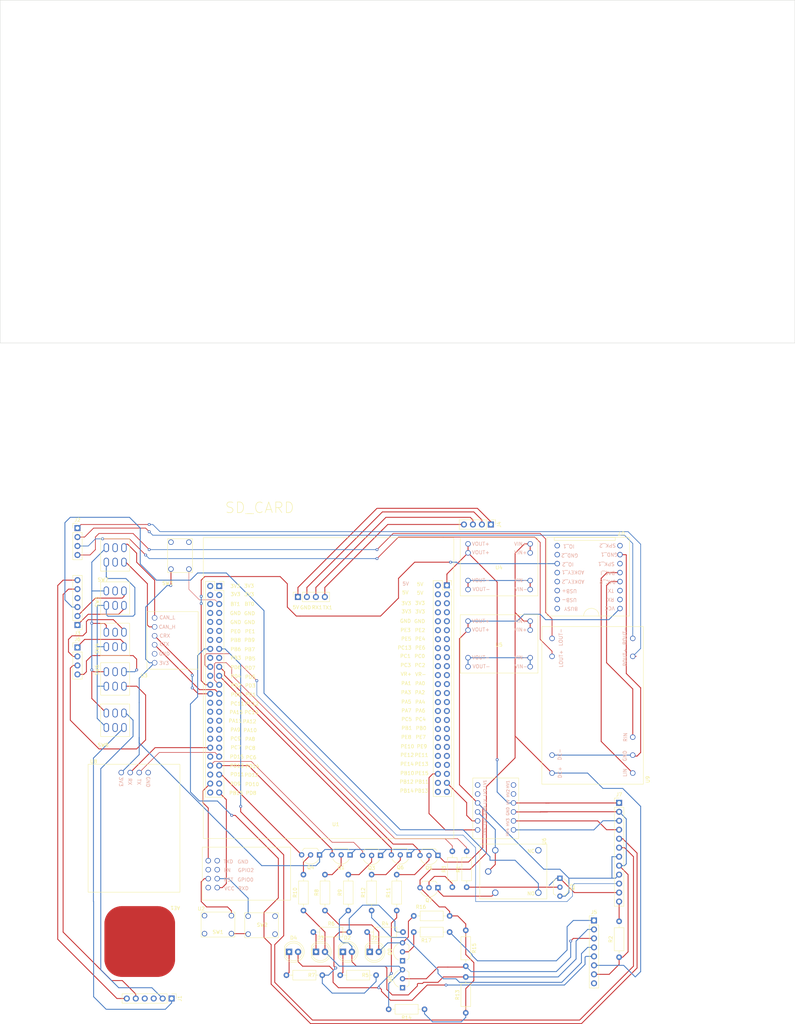
<source format=kicad_pcb>
(kicad_pcb (version 20211014) (generator pcbnew)
  (layers (0 "F.Cu" signal) (31 "B.Cu" signal) (34 "B.Paste" user) (35 "F.Paste" user) (36 "B.SilkS" user "B.Silkscreen") (37 "F.SilkS" user "F.Silkscreen") (38 "B.Mask" user) (39 "F.Mask" user) (44 "Edge.Cuts" user))
  (net 0 "")
  (net 1 "Net-(D1-Pad2)")
  (net 2 "Net-(Q1-Pad2)")
  (net 3 "Net-(Q7-Pad2)")
  (net 4 "RTD_ACTIVE_Pin")
  (net 5 "GND")
  (net 6 "RTD_OUT-")
  (net 7 "Net-(Q2-Pad2)")
  (net 8 "Net-(D3-Pad1)")
  (net 9 "LV")
  (net 10 "BSPD_SIG")
  (net 11 "Net-(D3-Pad2)")
  (net 12 "BMS_SIG")
  (net 13 "Net-(D4-Pad1)")
  (net 14 "BRAKE_DIN")
  (net 15 "Net-(Q6-Pad2)")
  (net 16 "HV_ACTIVE")
  (net 17 "Net-(Q5-Pad2)")
  (net 18 "Net-(Q4-Pad2)")
  (net 19 "Net-(Q3-Pad2)")
  (net 20 "Net-(D1-Pad1)")
  (net 21 "Net-(D2-Pad1)")
  (net 22 "IMD_SIG")
  (net 23 "Net-(Q9-Pad2)")
  (net 24 "3V3")
  (net 25 "BSPD_Pin")
  (net 26 "HV_ACTIVE_Pin")
  (net 27 "BRAKE_Pin")
  (net 28 "Net-(K1-Pad2)")
  (net 29 "IMD_Pin")
  (net 30 "RTD_LED+")
  (net 31 "BMS_Pin")
  (net 32 "Net-(SW4-Pad1)")
  (net 33 "CAN_L_BMS")
  (net 34 "Net-(SW4-Pad4)")
  (net 35 "CAN_H_BMS")
  (net 36 "CAN_L_PM100DX")
  (net 37 "CAN_H_PM100DX")
  (net 38 "CAN_L_LOGGER")
  (net 39 "CAN_H_LOGGER")
  (net 40 "CAN_L_ECU")
  (net 41 "CAN_H_ECU")
  (net 42 "CAN_L_DEBUG")
  (net 43 "CAN_H_DEBUG")
  (net 44 "Net-(SW1-Pad1)")
  (net 45 "Net-(SW2-Pad2)")
  (net 46 "BOOT0")
  (net 89 "I2C2_SCL")
  (net 90 "I2C2_SDA")
  (net 93 "ESP_RX")
  (net 94 "ESP_TX")
  (net 96 "GPS_TX")
  (net 97 "GPS_RX")
  (net 98 "CAN1_TX")
  (net 99 "RX")
  (net 100 "CAN1_RX")
  (net 101 "RTDS")
  (net 102 "APPS_Pin")
  (net 103 "RTD_BUTTON-")
  (net 104 "5V")
  (net 105 "Net-(J4-Pad1)")
  (net 106 "Net-(J4-Pad2)")
  (net 107 "Net-(J4-Pad3)")
  (net 108 "Net-(J4-Pad4)")
  (net 109 "Net-(U7-Pad7)")
  (net 110 "SPK_LOUT+")
  (net 111 "SPK_LOUT-")
  (net 112 "SPK_ROUT-")
  (net 113 "SPK_ROUT+")
  (net 114 "Net-(U7-Pad4)")
  (net 115 "Net-(U7-Pad5)")
  (net 118 "SDA")
  (net 119 "SCL")
  (net 122 "FORWARD_ENABLE")
  (net 133 "Net-(AE1-Pad1)")
  (net 134 "I2C1_SCL(ACCELERATION)")
  (net 135 "I2C1_SDA(ACCELERATION)")
  (net 136 "UART_TX")
  (net 137 "UART_RX")
  (net 138 "3V3_1")
  (footprint "Resistor_THT:R_Axial_DIN0207_L6.3mm_D2.5mm_P10.16mm_Horizontal" (layer "F.Cu") (at 127.767 134.112 180)
    (fp_text reference "R16")
    (fp_text value "1k")
  )
  (footprint "Package_TO_SOT_THT:TO-92_Inline_Wide" (layer "F.Cu") (at 124.46 126.132 180)
    (fp_text reference "Q7")
    (fp_text value "2N3904")
  )
  (footprint "LED_THT:LED_D5.0mm" (layer "F.Cu") (at 105.156 144.272)
    (fp_text reference "D1")
    (fp_text value "IMD_LED")
  )
  (footprint "Connector_PinHeader_2.54mm:PinHeader_1x08_P2.54mm_Vertical" (layer "F.Cu") (at 168.656 135.397)
    (fp_text reference "J5")
    (fp_text value "SHUTDOWN")
  )
  (footprint "Goolgle_Drive_Library:LOGIC_LEVEL_CONVERTER" (layer "F.Cu") (at 155.0482 112.9985 90)
    (fp_text reference "U6")
    (fp_text value "LOGIC_LEVEL_CONVERTER")
  )
  (footprint "Resistor_THT:R_Axial_DIN0207_L6.3mm_D2.5mm_P10.16mm_Horizontal" (layer "F.Cu") (at 128.524 125.984 90)
    (fp_text reference "R3")
    (fp_text value "330")
  )
  (footprint "Resistor_THT:R_Axial_DIN0207_L6.3mm_D2.5mm_P10.16mm_Horizontal" (layer "F.Cu") (at 132.339 138.176 -90)
    (fp_text reference "R15")
    (fp_text value "1k")
  )
  (footprint "Package_TO_SOT_THT:TO-92_Inline_Wide" (layer "F.Cu") (at 114.411 146.812 90)
    (fp_text reference "Q9")
    (fp_text value "2N3904")
  )
  (footprint "Goolgle_Drive_Library:TOGGLE_SWITCH" (layer "F.Cu") (at 29.6056 39.4885)
    (fp_text reference "SW7")
    (fp_text value "SW_DPST")
  )
  (footprint "Package_TO_SOT_THT:TO-92_Inline_Wide" (layer "F.Cu") (at 114.411 154.432 90)
    (fp_text reference "Q8")
    (fp_text value "2N3904")
  )
  (footprint "Package_TO_SOT_THT:TO-92_Inline_Wide" (layer "F.Cu") (at 116.332 116.84 180)
    (fp_text reference "Q6")
    (fp_text value "2N3904")
  )
  (footprint "Resistor_THT:R_Axial_DIN0207_L6.3mm_D2.5mm_P10.16mm_Horizontal" (layer "F.Cu") (at 81.539 150.876)
    (fp_text reference "R7")
    (fp_text value "10k")
  )
  (footprint "Package_TO_SOT_THT:TO-92_Inline_Wide" (layer "F.Cu") (at 124.46 116.988 180)
    (fp_text reference "Q5")
    (fp_text value "2N3904")
  )
  (footprint "Resistor_THT:R_Axial_DIN0207_L6.3mm_D2.5mm_P10.16mm_Horizontal" (layer "F.Cu") (at 120.655 160.528 180)
    (fp_text reference "R14")
    (fp_text value "1k")
  )
  (footprint "Package_TO_SOT_THT:TO-92_Inline_Wide" (layer "F.Cu") (at 99.568 116.84 180)
    (fp_text reference "Q1")
    (fp_text value "2N3904")
  )
  (footprint "LED_THT:LED_D5.0mm" (layer "F.Cu") (at 97.536 144.272)
    (fp_text reference "D2")
    (fp_text value "BMS_LED")
  )
  (footprint "Goolgle_Drive_Library:ANTENA" (layer "F.Cu") (at 50.0235 131.3452 180)
    (fp_text reference "AE1")
    (fp_text value "Antenna")
  )
  (footprint "Goolgle_Drive_Library:DCDC_MODULE" (layer "F.Cu") (at 130.8787 46.9179)
    (fp_text reference "U4")
    (fp_text value "5V DC-DC Converter")
  )
  (footprint "Goolgle_Drive_Library:CAN_TRANSIVER" (layer "F.Cu") (at 41.1867 66.6037)
    (fp_text reference "U3")
    (fp_text value "CAN_TRANSCEIVER")
  )
  (footprint "Resistor_THT:R_Axial_DIN0207_L6.3mm_D2.5mm_P10.16mm_Horizontal" (layer "F.Cu") (at 86.36 132.588 90)
    (fp_text reference "R10")
    (fp_text value "1k")
  )
  (footprint "Goolgle_Drive_Library:HR702NH-DC12V" (layer "F.Cu") (at 136.296 113.792)
    (fp_text reference "K1" hide)
    (fp_text value "HR702NH-DC12V")
  )
  (footprint "Resistor_THT:R_Axial_DIN0207_L6.3mm_D2.5mm_P10.16mm_Horizontal" (layer "F.Cu") (at 104.399 138.684)
    (fp_text reference "R4")
    (fp_text value "1k")
  )
  (footprint "Resistor_THT:R_Axial_DIN0207_L6.3mm_D2.5mm_P10.16mm_Horizontal" (layer "F.Cu") (at 105.664 132.588 90)
    (fp_text reference "R12")
    (fp_text value "1k")
  )
  (footprint "Resistor_THT:R_Axial_DIN0207_L6.3mm_D2.5mm_P10.16mm_Horizontal" (layer "F.Cu") (at 112.776 132.588 90)
    (fp_text reference "R11")
    (fp_text value "1k")
  )
  (footprint "Goolgle_Drive_Library:TACT_SWITCH" (layer "F.Cu") (at 47.8724 40.4815)
    (fp_text reference "SW3")
    (fp_text value "PROGRAM")
  )
  (footprint "Goolgle_Drive_Library:TOGGLE_SWITCH" (layer "F.Cu") (at 29.6056 74.585)
    (fp_text reference "SW6")
    (fp_text value "SW_DPST")
  )
  (footprint "LED_THT:LED_D5.0mm" (layer "F.Cu") (at 82.296 144.272)
    (fp_text reference "D4")
    (fp_text value "HV_ACTIVE_LED")
  )
  (footprint "Package_TO_SOT_THT:TO-92_Inline_Wide" (layer "F.Cu") (at 108.204 116.988 180)
    (fp_text reference "Q3")
    (fp_text value "2N3904")
  )
  (footprint "Connector_PinHeader_2.54mm:PinHeader_1x04_P2.54mm_Vertical" (layer "F.Cu") (at 139.436 23.368 -90)
    (fp_text reference "J4")
    (fp_text value "USART1")
  )
  (footprint "Goolgle_Drive_Library:TACT_SWITCH" (layer "F.Cu") (at 70.4535 140.0876 90)
    (fp_text reference "SW1")
    (fp_text value "ESP_RST")
  )
  (footprint "Goolgle_Drive_Library:TACT_SWITCH" (layer "F.Cu") (at 66.1985 133.2164 -90)
    (fp_text reference "SW2")
    (fp_text value "ESP_PROGRAM")
  )
  (footprint "Resistor_THT:R_Axial_DIN0207_L6.3mm_D2.5mm_P10.16mm_Horizontal" (layer "F.Cu") (at 89.159 138.684)
    (fp_text reference "R6")
    (fp_text value "1k")
  )
  (footprint "Resistor_THT:R_Axial_DIN0207_L6.3mm_D2.5mm_P10.16mm_Horizontal" (layer "F.Cu") (at 92.456 132.588 90)
    (fp_text reference "R8")
    (fp_text value "1k")
  )
  (footprint "Resistor_THT:R_Axial_DIN0207_L6.3mm_D2.5mm_P10.16mm_Horizontal" (layer "F.Cu") (at 96.779 150.876)
    (fp_text reference "R5")
    (fp_text value "1k")
  )
  (footprint "Goolgle_Drive_Library:TOGGLE_SWITCH" (layer "F.Cu") (at 29.6056 63.409)
    (fp_text reference "SW4")
    (fp_text value "SW_DPST")
  )
  (footprint "Goolgle_Drive_Library:GPSV3-NE0" (layer "F.Cu") (at 22.9828 91.2226 -90)
    (fp_text reference "U8")
    (fp_text value "NEO-7M")
  )
  (footprint "LED_THT:LED_D5.0mm" (layer "F.Cu") (at 89.916 144.272)
    (fp_text reference "D3")
    (fp_text value "BSPD_LED")
  )
  (footprint "Goolgle_Drive_Library:DCDC_MODULE" (layer "F.Cu") (at 130.8787 68.7619)
    (fp_text reference "U5")
    (fp_text value "3.3V DC-DC Converter")
  )
  (footprint "Goolgle_Drive_Library:STM32F407_HOLDER" (layer "F.Cu") (at 95.697 112.935)
    (fp_text reference "U1")
    (fp_text value "STM32F407VETx")
  )
  (footprint "Goolgle_Drive_Library:DFR0299" (layer "F.Cu") (at 178.7845 25.0886 180)
    (fp_text reference "U7")
    (fp_text value "DFR0299")
  )
  (footprint "Goolgle_Drive_Library:SFT-D302" (layer "F.Cu") (at 187.3062 96.9203 90)
    (fp_text reference "U9")
    (fp_text value "D302")
  )
  (footprint "Resistor_THT:R_Axial_DIN0207_L6.3mm_D2.5mm_P10.16mm_Horizontal" (layer "F.Cu") (at 127.767 138.684 180)
    (fp_text reference "R17")
    (fp_text value "1k")
  )
  (footprint "Connector_PinHeader_2.54mm:PinHeader_1x12_P2.54mm_Vertical" (layer "F.Cu") (at 175.768 102.108)
    (fp_text reference "J7")
    (fp_text value "DASHBOARD")
  )
  (footprint "Resistor_THT:R_Axial_DIN0207_L6.3mm_D2.5mm_P10.16mm_Horizontal" (layer "F.Cu") (at 99.06 132.588 90)
    (fp_text reference "R9")
    (fp_text value "1k")
  )
  (footprint "Resistor_THT:R_Axial_DIN0207_L6.3mm_D2.5mm_P10.16mm_Horizontal" (layer "F.Cu") (at 132.588 125.984 90)
    (fp_text reference "R1")
    (fp_text value "1k")
  )
  (footprint "Goolgle_Drive_Library:ESP01" (layer "F.Cu") (at 57.684 132.034)
    (fp_text reference "U2")
    (fp_text value "ESP-01")
  )
  (footprint "Package_TO_SOT_THT:TO-92_Inline_Wide" (layer "F.Cu") (at 159.004 123.444 -90)
    (fp_text reference "Q2")
    (fp_text value "2N3904")
  )
  (footprint "Resistor_THT:R_Axial_DIN0207_L6.3mm_D2.5mm_P10.16mm_Horizontal" (layer "F.Cu") (at 175.768 145.796 90)
    (fp_text reference "R2")
    (fp_text value "1k")
  )
  (footprint "Goolgle_Drive_Library:TOGGLE_SWITCH" (layer "F.Cu") (at 29.6056 86.269)
    (fp_text reference "SW8")
    (fp_text value "SW_DPST")
  )
  (footprint "Connector_PinHeader_2.54mm:PinHeader_1x06_P2.54mm_Vertical" (layer "F.Cu") (at 22.352 51.816 180)
    (fp_text reference "J3")
    (fp_text value "PM100DX")
  )
  (footprint "Connector_PinHeader_2.54mm:PinHeader_1x04_P2.54mm_Vertical" (layer "F.Cu") (at 22.352 24.384)
    (fp_text reference "J2")
    (fp_text value "SPK")
  )
  (footprint "Connector_PinHeader_2.54mm:PinHeader_1x04_P2.54mm_Vertical" (layer "F.Cu") (at 22.352 58.166)
    (fp_text reference "J6")
    (fp_text value "CAN")
  )
  (footprint "Goolgle_Drive_Library:TOGGLE_SWITCH" (layer "F.Cu") (at 29.6056 51.725)
    (fp_text reference "SW5")
    (fp_text value "SW_DPST")
  )
  (footprint "Package_TO_SOT_THT:TO-92_Inline_Wide" (layer "F.Cu") (at 90.932 116.84 180)
    (fp_text reference "Q4")
    (fp_text value "2N3904")
  )
  (footprint "Resistor_THT:R_Axial_DIN0207_L6.3mm_D2.5mm_P10.16mm_Horizontal" (layer "F.Cu") (at 132.339 161.544 90)
    (fp_text reference "R13")
    (fp_text value "1k")
  )
  (footprint "Connector_PinHeader_2.54mm:PinHeader_1x06_P2.54mm_Vertical" (layer "F.Cu") (at 49.022 157.48 -90)
    (fp_text reference "J1")
    (fp_text value "DEBUG")
  )
  (gr_rect (start 0.462 -27.978) (end 225.552 -124.968) (layer "Edge.Cuts") (width 0.1) (fill none))
  (segment (start 116.083 140.06) (end 116.083 135.636) (width 0.25) (layer "F.Cu") (net 1))
  (segment (start 105.664 136.652) (end 107.696 138.684) (width 0.25) (layer "F.Cu") (net 1))
  (segment (start 92.456 132.588) (end 96.52 136.652) (width 0.25) (layer "F.Cu") (net 1))
  (segment (start 96.52 136.652) (end 105.664 136.652) (width 0.25) (layer "F.Cu") (net 1))
  (segment (start 116.083 135.636) (end 117.607 134.112) (width 0.25) (layer "F.Cu") (net 1))
  (segment (start 107.696 138.684) (end 107.696 144.272) (width 0.25) (layer "F.Cu") (net 1))
  (segment (start 114.411 141.732) (end 116.083 140.06) (width 0.25) (layer "F.Cu") (net 1))
  (segment (start 110.236 141.732) (end 114.411 141.732) (width 0.25) (layer "B.Cu") (net 1))
  (segment (start 107.696 144.272) (end 110.236 141.732) (width 0.25) (layer "B.Cu") (net 1))
  (segment (start 92.456 122.428) (end 94.488 122.428) (width 0.25) (layer "F.Cu") (net 2))
  (segment (start 94.488 122.428) (end 97.028 119.888) (width 0.25) (layer "F.Cu") (net 2))
  (segment (start 97.028 119.888) (end 97.028 116.84) (width 0.25) (layer "F.Cu") (net 2))
  (segment (start 121.92 126.132) (end 121.92 124.46) (width 0.25) (layer "F.Cu") (net 3))
  (segment (start 123.444 122.936) (end 126.492 122.936) (width 0.25) (layer "F.Cu") (net 3))
  (segment (start 128.524 124.968) (end 128.524 125.984) (width 0.25) (layer "F.Cu") (net 3))
  (segment (start 126.492 122.936) (end 128.524 124.968) (width 0.25) (layer "F.Cu") (net 3))
  (segment (start 121.92 124.46) (end 123.444 122.936) (width 0.25) (layer "F.Cu") (net 3))
  (segment (start 66.04 64.008) (end 66.04 66.04) (width 0.15) (layer "F.Cu") (net 4))
  (segment (start 112.268 112.268) (end 126.492 112.268) (width 0.15) (layer "F.Cu") (net 4))
  (segment (start 61.131511 67.359511) (end 61.131511 62.820489) (width 0.15) (layer "F.Cu") (net 4))
  (segment (start 66.04 66.04) (end 112.268 112.268) (width 0.15) (layer "F.Cu") (net 4))
  (segment (start 61.481511 62.470489) (end 64.502489 62.470489) (width 0.15) (layer "F.Cu") (net 4))
  (segment (start 132.588 114.808) (end 132.588 115.824) (width 0.15) (layer "F.Cu") (net 4))
  (segment (start 126.492 112.268) (end 130.048 112.268) (width 0.15) (layer "F.Cu") (net 4))
  (segment (start 130.048 112.268) (end 132.588 114.808) (width 0.15) (layer "F.Cu") (net 4))
  (segment (start 64.502489 62.470489) (end 66.04 64.008) (width 0.15) (layer "F.Cu") (net 4))
  (segment (start 128.524 114.3) (end 128.524 115.824) (width 0.15) (layer "F.Cu") (net 4))
  (segment (start 62.497 68.725) (end 61.131511 67.359511) (width 0.15) (layer "F.Cu") (net 4))
  (segment (start 126.492 112.268) (end 128.524 114.3) (width 0.15) (layer "F.Cu") (net 4))
  (segment (start 61.131511 62.820489) (end 61.481511 62.470489) (width 0.15) (layer "F.Cu") (net 4))
  (segment (start 94.996 140.208) (end 94.996 148.336) (width 0.25) (layer "F.Cu") (net 5))
  (segment (start 70.5551 139.1224) (end 70.6943 139.2616) (width 0.25) (layer "F.Cu") (net 5))
  (segment (start 178.308 144.272) (end 176.784 145.796) (width 0.25) (layer "F.Cu") (net 5))
  (segment (start 175.768 104.648) (end 153.5054 104.648) (width 0.25) (layer "F.Cu") (net 5))
  (segment (start 99.319 138.684) (end 96.52 138.684) (width 0.25) (layer "F.Cu") (net 5))
  (segment (start 96.52 138.684) (end 94.996 140.208) (width 0.25) (layer "F.Cu") (net 5))
  (segment (start 140.696 115.542) (end 140.696 119.542) (width 0.25) (layer "F.Cu") (net 5))
  (segment (start 65.9577 139.1224) (end 70.5551 139.1224) (width 0.25) (layer "F.Cu") (net 5))
  (segment (start 175.768 147.828) (end 175.768 145.796) (width 0.25) (layer "F.Cu") (net 5))
  (segment (start 178.308 122.428) (end 178.308 144.272) (width 0.25) (layer "F.Cu") (net 5))
  (segment (start 175.768 119.888) (end 178.308 122.428) (width 0.25) (layer "F.Cu") (net 5))
  (segment (start 145.8534 104.6927) (end 153.4607 104.6927) (width 0.25) (layer "F.Cu") (net 5))
  (segment (start 140.696 119.542) (end 138.696 121.542) (width 0.25) (layer "F.Cu") (net 5))
  (segment (start 94.996 148.336) (end 95.504 148.844) (width 0.25) (layer "F.Cu") (net 5))
  (segment (start 153.4607 104.6927) (end 155.4927 104.6927) (width 0.25) (layer "F.Cu") (net 5))
  (segment (start 132.9753 39.2201) (end 132.9753 41.7601) (width 0.25) (layer "F.Cu") (net 5))
  (segment (start 172.959 150.637) (end 175.768 147.828) (width 0.25) (layer "F.Cu") (net 5))
  (segment (start 150.5753 39.2201) (end 150.5753 41.7601) (width 0.25) (layer "F.Cu") (net 5))
  (segment (start 168.656 150.637) (end 172.959 150.637) (width 0.25) (layer "F.Cu") (net 5))
  (segment (start 153.5054 104.648) (end 153.4607 104.6927) (width 0.25) (layer "F.Cu") (net 5))
  (segment (start 176.784 145.796) (end 175.768 145.796) (width 0.25) (layer "F.Cu") (net 5))
  (via (at 95.504 148.844) (size 0.8) (drill 0.4) (layers "F.Cu" "B.Cu") (net 5))
  (segment (start 95.504 148.844) (end 93.472 150.876) (width 0.25) (layer "B.Cu") (net 5))
  (segment (start 106.939 152.649) (end 106.939 150.876) (width 0.25) (layer "B.Cu") (net 5))
  (segment (start 150.5753 61.0641) (end 132.9753 61.0641) (width 0.25) (layer "B.Cu") (net 5))
  (segment (start 103.632 155.956) (end 106.939 152.649) (width 0.25) (layer "B.Cu") (net 5))
  (segment (start 177.8 106.68) (end 177.8 119.38) (width 0.25) (layer "B.Cu") (net 5))
  (segment (start 140.696 109.6953) (end 140.696 115.542) (width 0.25) (layer "B.Cu") (net 5))
  (segment (start 99.319 138.684) (end 99.319 134.869) (width 0.25) (layer "B.Cu") (net 5))
  (segment (start 112.268 135.636) (end 112.268 138.176) (width 0.25) (layer "B.Cu") (net 5))
  (segment (start 112.776 138.684) (end 114.559 138.684) (width 0.25) (layer "B.Cu") (net 5))
  (segment (start 99.319 134.869) (end 103.124 131.064) (width 0.25) (layer "B.Cu") (net 5))
  (segment (start 107.696 131.064) (end 112.268 135.636) (width 0.25) (layer "B.Cu") (net 5))
  (segment (start 175.768 104.648) (end 177.8 106.68) (width 0.25) (layer "B.Cu") (net 5))
  (segment (start 112.268 138.176) (end 112.776 138.684) (width 0.25) (layer "B.Cu") (net 5))
  (segment (start 177.8 119.38) (end 177.292 119.888) (width 0.25) (layer "B.Cu") (net 5))
  (segment (start 150.5753 63.6041) (end 150.5753 61.0641) (width 0.25) (layer "B.Cu") (net 5))
  (segment (start 91.699 153.167) (end 94.488 155.956) (width 0.25) (layer "B.Cu") (net 5))
  (segment (start 135.6934 104.6927) (end 140.696 109.6953) (width 0.25) (layer "B.Cu") (net 5))
  (segment (start 103.124 131.064) (end 107.696 131.064) (width 0.25) (layer "B.Cu") (net 5))
  (segment (start 93.472 150.876) (end 91.699 150.876) (width 0.25) (layer "B.Cu") (net 5))
  (segment (start 150.5753 39.2201) (end 132.9753 39.2201) (width 0.25) (layer "B.Cu") (net 5))
  (segment (start 94.488 155.956) (end 103.632 155.956) (width 0.25) (layer "B.Cu") (net 5))
  (segment (start 132.9753 61.0641) (end 132.9753 63.6041) (width 0.25) (layer "B.Cu") (net 5))
  (segment (start 177.292 119.888) (end 175.768 119.888) (width 0.25) (layer "B.Cu") (net 5))
  (segment (start 99.319 138.684) (end 99.568 138.684) (width 0.25) (layer "B.Cu") (net 5))
  (segment (start 91.699 150.876) (end 91.699 153.167) (width 0.25) (layer "B.Cu") (net 5))
  (segment (start 175.768 130.048) (end 175.768 135.636) (width 0.25) (layer "F.Cu") (net 6))
  (segment (start 132.588 125.984) (end 159.004 125.984) (width 0.25) (layer "F.Cu") (net 7))
  (segment (start 89.916 139.441) (end 89.159 138.684) (width 0.25) (layer "F.Cu") (net 8))
  (segment (start 89.916 144.272) (end 89.916 139.441) (width 0.25) (layer "F.Cu") (net 8))
  (segment (start 119.38 126.132) (end 119.38 123.952) (width 0.25) (layer "F.Cu") (net 9))
  (segment (start 124.82 131.572) (end 126.492 131.572) (width 0.25) (layer "F.Cu") (net 9))
  (segment (start 146.304 83.2231) (end 156.7754 93.6945) (width 0.25) (layer "F.Cu") (net 9))
  (segment (start 132.339 161.544) (end 132.339 154.681) (width 0.25) (layer "F.Cu") (net 9))
  (segment (start 134.62 147.32) (end 132.339 145.039) (width 0.25) (layer "F.Cu") (net 9))
  (segment (start 127.767 132.847) (end 127.767 134.112) (width 0.25) (layer "F.Cu") (net 9))
  (segment (start 150.5753 28.8601) (end 150.5753 31.4001) (width 0.25) (layer "F.Cu") (net 9))
  (segment (start 134.62 152.4) (end 134.62 147.32) (width 0.25) (layer "F.Cu") (net 9))
  (segment (start 122.428 120.904) (end 133.604 120.904) (width 0.25) (layer "F.Cu") (net 9))
  (segment (start 146.304 48.26) (end 146.304 83.2231) (width 0.25) (layer "F.Cu") (net 9))
  (segment (start 119.38 126.132) (end 124.82 131.572) (width 0.25) (layer "F.Cu") (net 9))
  (segment (start 133.604 120.904) (end 138.176 116.332) (width 0.25) (layer "F.Cu") (net 9))
  (segment (start 127.767 134.112) (end 130.048 134.112) (width 0.25) (layer "F.Cu") (net 9))
  (segment (start 146.304 48.26) (end 148.7481 50.7041) (width 0.25) (layer "F.Cu") (net 9))
  (segment (start 138.176 116.332) (end 138.176 97.536) (width 0.25) (layer "F.Cu") (net 9))
  (segment (start 148.9399 28.8601) (end 150.5753 28.8601) (width 0.25) (layer "F.Cu") (net 9))
  (segment (start 126.492 131.572) (end 127.767 132.847) (width 0.25) (layer "F.Cu") (net 9))
  (segment (start 146.304 89.408) (end 146.304 83.2231) (width 0.25) (layer "F.Cu") (net 9))
  (segment (start 132.339 154.681) (end 134.62 152.4) (width 0.25) (layer "F.Cu") (net 9))
  (segment (start 148.7481 50.7041) (end 150.5753 50.7041) (width 0.25) (layer "F.Cu") (net 9))
  (segment (start 146.304 31.496) (end 148.9399 28.8601) (width 0.25) (layer "F.Cu") (net 9))
  (segment (start 150.5753 50.7041) (end 150.5753 53.2441) (width 0.25) (layer "F.Cu") (net 9))
  (segment (start 130.048 134.112) (end 132.339 136.403) (width 0.25) (layer "F.Cu") (net 9))
  (segment (start 132.339 136.403) (end 132.339 138.176) (width 0.25) (layer "F.Cu") (net 9))
  (segment (start 146.304 48.26) (end 146.304 31.496) (width 0.25) (layer "F.Cu") (net 9))
  (segment (start 119.38 123.952) (end 122.428 120.904) (width 0.25) (layer "F.Cu") (net 9))
  (segment (start 132.339 145.039) (end 132.339 138.176) (width 0.25) (layer "F.Cu") (net 9))
  (segment (start 138.176 97.536) (end 146.304 89.408) (width 0.25) (layer "F.Cu") (net 9))
  (segment (start 176.784 98.044) (end 171.196 98.044) (width 0.25) (layer "B.Cu") (net 9))
  (segment (start 122.936 164.084) (end 131.064 164.084) (width 0.25) (layer "B.Cu") (net 9))
  (segment (start 120.655 161.803) (end 122.936 164.084) (width 0.25) (layer "B.Cu") (net 9))
  (segment (start 132.339 162.809) (end 132.339 161.544) (width 0.25) (layer "B.Cu") (net 9))
  (segment (start 180.34 151.384) (end 181.864 149.86) (width 0.25) (layer "B.Cu") (net 9))
  (segment (start 120.655 160.528) (end 120.655 161.803) (width 0.25) (layer "B.Cu") (net 9))
  (segment (start 171.196 98.044) (end 166.8465 93.6945) (width 0.25) (layer "B.Cu") (net 9))
  (segment (start 177.053 148.097) (end 180.34 151.384) (width 0.25) (layer "B.Cu") (net 9))
  (segment (start 181.864 103.124) (end 176.784 98.044) (width 0.25) (layer "B.Cu") (net 9))
  (segment (start 166.8465 93.6945) (end 156.7754 93.6945) (width 0.25) (layer "B.Cu") (net 9))
  (segment (start 181.864 149.86) (end 181.864 103.124) (width 0.25) (layer "B.Cu") (net 9))
  (segment (start 131.064 164.084) (end 132.339 162.809) (width 0.25) (layer "B.Cu") (net 9))
  (segment (start 168.656 148.097) (end 177.053 148.097) (width 0.25) (layer "B.Cu") (net 9))
  (segment (start 124.465 148.59) (end 127.259 148.59) (width 0.25) (layer "F.Cu") (net 10))
  (segment (start 132.085 148.59) (end 132.339 148.336) (width 0.25) (layer "F.Cu") (net 10))
  (segment (start 127.259 148.59) (end 132.085 148.59) (width 0.25) (layer "F.Cu") (net 10))
  (segment (start 121.163 151.892) (end 124.465 148.59) (width 0.25) (layer "F.Cu") (net 10))
  (segment (start 114.411 151.892) (end 121.163 151.892) (width 0.25) (layer "F.Cu") (net 10))
  (segment (start 162.052 141.224) (end 162.799 140.477) (width 0.25) (layer "F.Cu") (net 10))
  (segment (start 162.799 140.477) (end 168.656 140.477) (width 0.25) (layer "F.Cu") (net 10))
  (via (at 162.052 141.224) (size 0.8) (drill 0.4) (layers "F.Cu" "B.Cu") (net 10))
  (segment (start 132.339 148.336) (end 133.863 149.86) (width 0.25) (layer "B.Cu") (net 10))
  (segment (start 133.863 149.86) (end 140.716 149.86) (width 0.25) (layer "B.Cu") (net 10))
  (segment (start 159.512 148.336) (end 162.052 145.796) (width 0.25) (layer "B.Cu") (net 10))
  (segment (start 140.716 149.86) (end 157.988 149.86) (width 0.25) (layer "B.Cu") (net 10))
  (segment (start 162.052 145.796) (end 162.052 141.224) (width 0.25) (layer "B.Cu") (net 10))
  (segment (start 157.988 149.86) (end 159.512 148.336) (width 0.25) (layer "B.Cu") (net 10))
  (segment (start 92.456 138.684) (end 92.456 144.272) (width 0.25) (layer "F.Cu") (net 11))
  (segment (start 86.36 132.588) (end 92.456 138.684) (width 0.25) (layer "F.Cu") (net 11))
  (segment (start 113.395 148.336) (end 114.411 149.352) (width 0.25) (layer "B.Cu") (net 11))
  (segment (start 110.495 160.528) (end 110.495 153.268) (width 0.25) (layer "B.Cu") (net 11))
  (segment (start 110.495 153.268) (end 114.411 149.352) (width 0.25) (layer "B.Cu") (net 11))
  (segment (start 92.456 144.272) (end 96.52 148.336) (width 0.25) (layer "B.Cu") (net 11))
  (segment (start 96.52 148.336) (end 113.395 148.336) (width 0.25) (layer "B.Cu") (net 11))
  (segment (start 124.46 152.908) (end 125.984 151.384) (width 0.25) (layer "F.Cu") (net 12))
  (segment (start 118.623 153.924) (end 118.623 153.416) (width 0.25) (layer "F.Cu") (net 12))
  (segment (start 109.987 148.844) (end 109.987 154.94) (width 0.25) (layer "F.Cu") (net 12))
  (segment (start 111.511 156.464) (end 116.083 156.464) (width 0.25) (layer "F.Cu") (net 12))
  (segment (start 120.08352 153.22048) (end 120.396 152.908) (width 0.25) (layer "F.Cu") (net 12))
  (segment (start 125.984 151.384) (end 132.339 151.384) (width 0.25) (layer "F.Cu") (net 12))
  (segment (start 116.083 156.464) (end 118.623 153.924) (width 0.25) (layer "F.Cu") (net 12))
  (segment (start 109.479 148.336) (end 109.987 148.844) (width 0.25) (layer "F.Cu") (net 12))
  (segment (start 118.81852 153.22048) (end 120.08352 153.22048) (width 0.25) (layer "F.Cu") (net 12))
  (segment (start 101.351 148.336) (end 109.479 148.336) (width 0.25) (layer "F.Cu") (net 12))
  (segment (start 120.396 152.908) (end 124.46 152.908) (width 0.25) (layer "F.Cu") (net 12))
  (segment (start 118.623 153.416) (end 118.81852 153.22048) (width 0.25) (layer "F.Cu") (net 12))
  (segment (start 100.076 144.272) (end 100.076 147.061) (width 0.25) (layer "F.Cu") (net 12))
  (segment (start 100.076 147.061) (end 101.351 148.336) (width 0.25) (layer "F.Cu") (net 12))
  (segment (start 109.987 154.94) (end 111.511 156.464) (width 0.25) (layer "F.Cu") (net 12))
  (segment (start 132.339 151.384) (end 158.496 151.384) (width 0.25) (layer "B.Cu") (net 12))
  (segment (start 96.52 140.716) (end 97.536 141.732) (width 0.25) (layer "B.Cu") (net 12))
  (segment (start 96.52 135.128) (end 96.52 140.716) (width 0.25) (layer "B.Cu") (net 12))
  (segment (start 100.076 142.748) (end 100.076 144.272) (width 0.25) (layer "B.Cu") (net 12))
  (segment (start 163.576 146.304) (end 163.576 141.224) (width 0.25) (layer "B.Cu") (net 12))
  (segment (start 99.06 132.588) (end 96.52 135.128) (width 0.25) (layer "B.Cu") (net 12))
  (segment (start 166.863 137.937) (end 168.656 137.937) (width 0.25) (layer "B.Cu") (net 12))
  (segment (start 158.496 151.384) (end 163.576 146.304) (width 0.25) (layer "B.Cu") (net 12))
  (segment (start 99.06 141.732) (end 100.076 142.748) (width 0.25) (layer "B.Cu") (net 12))
  (segment (start 97.536 141.732) (end 99.06 141.732) (width 0.25) (layer "B.Cu") (net 12))
  (segment (start 163.576 141.224) (end 166.863 137.937) (width 0.25) (layer "B.Cu") (net 12))
  (segment (start 82.296 150.119) (end 81.539 150.876) (width 0.25) (layer "F.Cu") (net 13))
  (segment (start 82.296 144.272) (end 82.296 150.119) (width 0.25) (layer "F.Cu") (net 13))
  (segment (start 166.863 143.017) (end 168.656 143.017) (width 0.25) (layer "B.Cu") (net 14))
  (segment (start 130.556 152.908) (end 159.512 152.908) (width 0.25) (layer "B.Cu") (net 14))
  (segment (start 125.984 151.892) (end 129.54 151.892) (width 0.25) (layer "B.Cu") (net 14))
  (segment (start 124.46 149.352) (end 124.46 150.368) (width 0.25) (layer "B.Cu") (net 14))
  (segment (start 105.664 132.588) (end 105.664 134.62) (width 0.25) (layer "B.Cu") (net 14))
  (segment (start 124.46 150.368) (end 125.984 151.892) (width 0.25) (layer "B.Cu") (net 14))
  (segment (start 165.1 144.78) (end 166.863 143.017) (width 0.25) (layer "B.Cu") (net 14))
  (segment (start 111.252 140.208) (end 115.316 140.208) (width 0.25) (layer "B.Cu") (net 14))
  (segment (start 165.1 147.32) (end 165.1 144.78) (width 0.25) (layer "B.Cu") (net 14))
  (segment (start 115.316 140.208) (end 124.46 149.352) (width 0.25) (layer "B.Cu") (net 14))
  (segment (start 159.512 152.908) (end 165.1 147.32) (width 0.25) (layer "B.Cu") (net 14))
  (segment (start 129.54 151.892) (end 130.556 152.908) (width 0.25) (layer "B.Cu") (net 14))
  (segment (start 105.664 134.62) (end 111.252 140.208) (width 0.25) (layer "B.Cu") (net 14))
  (segment (start 105.664 122.428) (end 109.728 122.428) (width 0.25) (layer "F.Cu") (net 15))
  (segment (start 109.728 122.428) (end 113.792 118.364) (width 0.25) (layer "F.Cu") (net 15))
  (segment (start 113.792 118.364) (end 113.792 116.84) (width 0.25) (layer "F.Cu") (net 15))
  (segment (start 112.776 134.62) (end 111.252 136.144) (width 0.25) (layer "F.Cu") (net 16))
  (segment (start 94.747 149.352) (end 94.747 152.908) (width 0.25) (layer "F.Cu") (net 16))
  (segment (start 94.747 152.908) (end 96.271 154.432) (width 0.25) (layer "F.Cu") (net 16))
  (segment (start 84.836 144.272) (end 84.836 147.061) (width 0.25) (layer "F.Cu") (net 16))
  (segment (start 107.955 154.432) (end 108.463 154.94) (width 0.25) (layer "F.Cu") (net 16))
  (segment (start 84.836 147.061) (end 86.111 148.336) (width 0.25) (layer "F.Cu") (net 16))
  (segment (start 108.463 155.448) (end 111.003 157.988) (width 0.25) (layer "F.Cu") (net 16))
  (segment (start 107.696 154.432) (end 107.955 154.432) (width 0.25) (layer "F.Cu") (net 16))
  (segment (start 93.731 148.336) (end 94.747 149.352) (width 0.25) (layer "F.Cu") (net 16))
  (segment (start 86.111 148.336) (end 93.731 148.336) (width 0.25) (layer "F.Cu") (net 16))
  (segment (start 96.271 154.432) (end 107.696 154.432) (width 0.25) (layer "F.Cu") (net 16))
  (segment (start 108.463 154.94) (end 108.463 155.448) (width 0.25) (layer "F.Cu") (net 16))
  (segment (start 111.252 136.144) (end 111.252 150.368) (width 0.25) (layer "F.Cu") (net 16))
  (segment (start 117.099 157.988) (end 121.417 153.67) (width 0.25) (layer "F.Cu") (net 16))
  (segment (start 121.417 153.67) (end 126.746 153.67) (width 0.25) (layer "F.Cu") (net 16))
  (segment (start 112.776 132.588) (end 112.776 134.62) (width 0.25) (layer "F.Cu") (net 16))
  (segment (start 111.003 157.988) (end 117.099 157.988) (width 0.25) (layer "F.Cu") (net 16))
  (via (at 111.252 150.368) (size 0.8) (drill 0.4) (layers "F.Cu" "B.Cu") (net 16))
  (via (at 126.746 153.67) (size 0.8) (drill 0.4) (layers "F.Cu" "B.Cu") (net 16))
  (via (at 107.696 154.432) (size 0.8) (drill 0.4) (layers "F.Cu" "B.Cu") (net 16))
  (segment (start 111.252 150.368) (end 107.696 153.924) (width 0.25) (layer "B.Cu") (net 16))
  (segment (start 166.116 147.828) (end 166.116 145.796) (width 0.25) (layer "B.Cu") (net 16))
  (segment (start 166.355 145.557) (end 168.656 145.557) (width 0.25) (layer "B.Cu") (net 16))
  (segment (start 107.696 153.924) (end 107.696 154.432) (width 0.25) (layer "B.Cu") (net 16))
  (segment (start 166.116 145.796) (end 166.355 145.557) (width 0.25) (layer "B.Cu") (net 16))
  (segment (start 126.746 153.67) (end 160.274 153.67) (width 0.25) (layer "B.Cu") (net 16))
  (segment (start 160.274 153.67) (end 166.116 147.828) (width 0.25) (layer "B.Cu") (net 16))
  (segment (start 112.776 122.428) (end 117.856 122.428) (width 0.25) (layer "F.Cu") (net 17))
  (segment (start 117.856 122.428) (end 121.92 118.364) (width 0.25) (layer "F.Cu") (net 17))
  (segment (start 121.92 118.364) (end 121.92 116.988) (width 0.25) (layer "F.Cu") (net 17))
  (segment (start 88.392 116.84) (end 86.36 118.872) (width 0.25) (layer "F.Cu") (net 18))
  (segment (start 86.36 118.872) (end 86.36 122.428) (width 0.25) (layer "F.Cu") (net 18))
  (segment (start 105.664 118.872) (end 105.664 116.988) (width 0.25) (layer "F.Cu") (net 19))
  (segment (start 99.06 122.428) (end 102.108 122.428) (width 0.25) (layer "F.Cu") (net 19))
  (segment (start 102.108 122.428) (end 105.664 118.872) (width 0.25) (layer "F.Cu") (net 19))
  (segment (start 105.156 144.272) (end 105.156 139.441) (width 0.25) (layer "F.Cu") (net 20))
  (segment (start 105.156 139.441) (end 104.399 138.684) (width 0.25) (layer "F.Cu") (net 20))
  (segment (start 97.536 144.272) (end 97.536 150.119) (width 0.25) (layer "F.Cu") (net 21))
  (segment (start 97.536 150.119) (end 96.779 150.876) (width 0.25) (layer "F.Cu") (net 21))
  (segment (start 157.988 146.812) (end 161.036 143.764) (width 0.25) (layer "B.Cu") (net 22))
  (segment (start 161.036 137.16) (end 162.799 135.397) (width 0.25) (layer "B.Cu") (net 22))
  (segment (start 161.036 143.764) (end 161.036 137.16) (width 0.25) (layer "B.Cu") (net 22))
  (segment (start 162.799 135.397) (end 168.656 135.397) (width 0.25) (layer "B.Cu") (net 22))
  (segment (start 135.636 146.812) (end 157.988 146.812) (width 0.25) (layer "B.Cu") (net 22))
  (segment (start 127.767 138.684) (end 134.112 145.029) (width 0.25) (layer "B.Cu") (net 22))
  (segment (start 134.112 145.288) (end 135.636 146.812) (width 0.25) (layer "B.Cu") (net 22))
  (segment (start 134.112 145.029) (end 134.112 145.288) (width 0.25) (layer "B.Cu") (net 22))
  (segment (start 114.411 144.272) (end 116.083 144.272) (width 0.25) (layer "F.Cu") (net 23))
  (segment (start 116.083 144.272) (end 117.607 142.748) (width 0.25) (layer "F.Cu") (net 23))
  (segment (start 117.607 142.748) (end 117.607 138.684) (width 0.25) (layer "F.Cu") (net 23))
  (segment (start 137.16 103.6193) (end 135.6934 102.1527) (width 0.25) (layer "F.Cu") (net 24))
  (segment (start 124.46 116.988) (end 126.344 118.872) (width 0.25) (layer "F.Cu") (net 24))
  (segment (start 133.096 118.872) (end 137.16 114.808) (width 0.25) (layer "F.Cu") (net 24))
  (segment (start 137.16 114.808) (end 137.16 103.6193) (width 0.25) (layer "F.Cu") (net 24))
  (segment (start 130.556 55.6634) (end 132.9753 53.2441) (width 0.25) (layer "F.Cu") (net 24))
  (segment (start 48.768 40.64) (end 48.8376 40.5704) (width 0.25) (layer "F.Cu") (net 24))
  (segment (start 130.556 97.0153) (end 130.556 55.6634) (width 0.25) (layer "F.Cu") (net 24))
  (segment (start 135.6934 102.1527) (end 130.556 97.0153) (width 0.25) (layer "F.Cu") (net 24))
  (segment (start 126.344 118.872) (end 133.096 118.872) (width 0.25) (layer "F.Cu") (net 24))
  (segment (start 132.9753 50.7041) (end 132.9753 53.2441) (width 0.25) (layer "F.Cu") (net 24))
  (segment (start 48.8376 40.5704) (end 48.8376 35.9857) (width 0.25) (layer "F.Cu") (net 24))
  (via (at 48.768 40.64) (size 0.8) (drill 0.4) (layers "F.Cu" "B.Cu") (net 24))
  (segment (start 39.8352 83.6088) (end 39.8352 84.1168) (width 0.25) (layer "B.Cu") (net 24))
  (segment (start 90.932 118.872) (end 90.932 116.84) (width 0.25) (layer "B.Cu") (net 24))
  (segment (start 39.8352 73.7474) (end 39.8352 83.6088) (width 0.25) (layer "B.Cu") (net 24))
  (segment (start 39.8352 73.7474) (end 39.8352 66.8664) (width 0.25) (layer "B.Cu") (net 24))
  (segment (start 74.548282 119.888) (end 89.916 119.888) (width 0.25) (layer "B.Cu") (net 24))
  (segment (start 174.752 123.444) (end 175.768 122.428) (width 0.25) (layer "B.Cu") (net 24))
  (segment (start 90.932 116.84) (end 92.456 115.316) (width 0.25) (layer "B.Cu") (net 24))
  (segment (start 34.7552 93.5594) (end 39.8352 88.4794) (width 0.25) (layer "B.Cu") (net 24))
  (segment (start 159.004 120.904) (end 161.544 123.444) (width 0.25) (layer "B.Cu") (net 24))
  (segment (start 47.752 40.64) (end 48.768 40.64) (width 0.25) (layer "B.Cu") (net 24))
  (segment (start 39.8352 85.174918) (end 74.548282 119.888) (width 0.25) (layer "B.Cu") (net 24))
  (segment (start 108.204 116.988) (end 109.876 115.316) (width 0.25) (layer "B.Cu") (net 24))
  (segment (start 39.8352 84.1168) (end 39.8352 85.174918) (width 0.25) (layer "B.Cu") (net 24))
  (segment (start 153.416 48.768) (end 154.94 50.292) (width 0.25) (layer "B.Cu") (net 24))
  (segment (start 101.092 115.316) (end 102.616 115.316) (width 0.25) (layer "B.Cu") (net 24))
  (segment (start 160.528 128.524) (end 159.004 128.524) (width 0.25) (layer "B.Cu") (net 24))
  (segment (start 99.568 116.84) (end 101.092 115.316) (width 0.25) (layer "B.Cu") (net 24))
  (segment (start 41.656 46.736) (end 45.72 42.672) (width 0.25) (layer "B.Cu") (net 24))
  (segment (start 117.856 115.316) (end 116.332 116.84) (width 0.25) (layer "B.Cu") (net 24))
  (segment (start 154.4447 120.904) (end 159.004 120.904) (width 0.25) (layer "B.Cu") (net 24))
  (segment (start 102.616 115.316) (end 110.744 115.316) (width 0.25) (layer "B.Cu") (net 24))
  (segment (start 92.456 115.316) (end 102.616 115.316) (width 0.25) (layer "B.Cu") (net 24))
  (segment (start 173.736 117.348) (end 175.768 117.348) (width 0.25) (layer "B.Cu") (net 24))
  (segment (start 161.544 127.508) (end 160.528 128.524) (width 0.25) (layer "B.Cu") (net 24))
  (segment (start 44.2093 62.4923) (end 42.6803 62.4923) (width 0.25) (layer "B.Cu") (net 24))
  (segment (start 109.876 115.316) (end 110.744 115.316) (width 0.25) (layer "B.Cu") (net 24))
  (segment (start 172.8673 50.292) (end 176.0159 47.1434) (width 0.25) (layer "B.Cu") (net 24))
  (segment (start 117.856 115.316) (end 122.936 115.316) (width 0.25) (layer "B.Cu") (net 24))
  (segment (start 154.94 50.292) (end 172.8673 50.292) (width 0.25) (layer "B.Cu") (net 24))
  (segment (start 161.544 123.444) (end 173.736 123.444) (width 0.25) (layer "B.Cu") (net 24))
  (segment (start 122.936 115.316) (end 124.46 116.84) (width 0.25) (layer "B.Cu") (net 24))
  (segment (start 132.9753 50.7041) (end 146.9079 50.7041) (width 0.25) (layer "B.Cu") (net 24))
  (segment (start 89.916 119.888) (end 90.932 118.872) (width 0.25) (layer "B.Cu") (net 24))
  (segment (start 110.744 115.316) (end 117.856 115.316) (width 0.25) (layer "B.Cu") (net 24))
  (segment (start 39.8352 88.4794) (end 39.8352 83.6088) (width 0.25) (layer "B.Cu") (net 24))
  (segment (start 161.544 123.444) (end 161.544 127.508) (width 0.25) (layer "B.Cu") (net 24))
  (segment (start 124.46 116.84) (end 124.46 116.988) (width 0.25) (layer "B.Cu") (net 24))
  (segment (start 173.736 123.444) (end 174.752 123.444) (width 0.25) (layer "B.Cu") (net 24))
  (segment (start 39.8352 66.8664) (end 44.2093 62.4923) (width 0.25) (layer "B.Cu") (net 24))
  (segment (start 173.736 123.444) (end 173.736 117.348) (width 0.25) (layer "B.Cu") (net 24))
  (segment (start 41.656 61.468) (end 41.656 46.736) (width 0.25) (layer "B.Cu") (net 24))
  (segment (start 45.72 42.672) (end 47.752 40.64) (width 0.25) (layer "B.Cu") (net 24))
  (segment (start 148.844 48.768) (end 153.416 48.768) (width 0.25) (layer "B.Cu") (net 24))
  (segment (start 42.6803 62.4923) (end 41.656 61.468) (width 0.25) (layer "B.Cu") (net 24))
  (segment (start 135.6934 102.1527) (end 154.4447 120.904) (width 0.25) (layer "B.Cu") (net 24))
  (segment (start 146.9079 50.7041) (end 148.844 48.768) (width 0.25) (layer "B.Cu") (net 24))
  (segment (start 63.137 94.125) (end 62.497 94.125) (width 0.25) (layer "F.Cu") (net 25))
  (segment (start 85.852 116.84) (end 63.137 94.125) (width 0.25) (layer "F.Cu") (net 25))
  (segment (start 119.38 115.824) (end 117.348 113.792) (width 0.25) (layer "F.Cu") (net 26))
  (segment (start 117.348 113.792) (end 111.76 113.792) (width 0.25) (layer "F.Cu") (net 26))
  (segment (start 111.76 113.792) (end 64.008 66.04) (width 0.25) (layer "F.Cu") (net 26))
  (segment (start 119.38 116.988) (end 119.38 115.824) (width 0.25) (layer "F.Cu") (net 26))
  (segment (start 64.008 65.024) (end 62.629 63.645) (width 0.25) (layer "F.Cu") (net 26))
  (segment (start 62.629 63.645) (end 62.497 63.645) (width 0.25) (layer "F.Cu") (net 26))
  (segment (start 64.008 66.04) (end 64.008 65.024) (width 0.25) (layer "F.Cu") (net 26))
  (segment (start 111.252 116.84) (end 111.252 114.94) (width 0.25) (layer "F.Cu") (net 27))
  (segment (start 111.252 114.94) (end 62.497 66.185) (width 0.25) (layer "F.Cu") (net 27))
  (segment (start 125.984 128.524) (end 139.714 128.524) (width 0.25) (layer "F.Cu") (net 28))
  (segment (start 139.714 128.524) (end 140.696 127.542) (width 0.25) (layer "F.Cu") (net 28))
  (segment (start 124.46 127) (end 125.984 128.524) (width 0.25) (layer "F.Cu") (net 28))
  (segment (start 124.46 126.132) (end 124.46 127) (width 0.25) (layer "F.Cu") (net 28))
  (segment (start 94.488 115.316) (end 94.488 116.84) (width 0.25) (layer "F.Cu") (net 29))
  (segment (start 62.497 91.585) (end 70.757 91.585) (width 0.25) (layer "F.Cu") (net 29))
  (segment (start 70.757 91.585) (end 94.488 115.316) (width 0.25) (layer "F.Cu") (net 29))
  (segment (start 163.068 127.508) (end 175.768 127.508) (width 0.25) (layer "F.Cu") (net 30))
  (segment (start 159.004 123.444) (end 163.068 127.508) (width 0.25) (layer "F.Cu") (net 30))
  (segment (start 159.004 123.444) (end 157.988 123.444) (width 0.25) (layer "B.Cu") (net 30))
  (segment (start 157.988 123.444) (end 155.956 125.476) (width 0.25) (layer "B.Cu") (net 30))
  (segment (start 103.124 115.824) (end 103.124 116.988) (width 0.15) (layer "F.Cu") (net 31))
  (segment (start 94.488 113.284) (end 100.584 113.284) (width 0.15) (layer "F.Cu") (net 31))
  (segment (start 59.957 91.585) (end 61.131511 90.410489) (width 0.15) (layer "F.Cu") (net 31))
  (segment (start 100.584 113.284) (end 103.124 115.824) (width 0.15) (layer "F.Cu") (net 31))
  (segment (start 71.614489 90.410489) (end 94.488 113.284) (width 0.15) (layer "F.Cu") (net 31))
  (segment (start 61.131511 90.410489) (end 71.614489 90.410489) (width 0.15) (layer "F.Cu") (net 31))
  (segment (start 26.416 72.604) (end 30.52 76.708) (width 0.25) (layer "F.Cu") (net 32))
  (segment (start 30.52 51.9005) (end 30.52 53.848) (width 0.25) (layer "F.Cu") (net 32))
  (segment (start 26.416 51.3525) (end 29.972 51.3525) (width 0.25) (layer "F.Cu") (net 32))
  (segment (start 26.416 64.5605) (end 26.8795 65.024) (width 0.25) (layer "F.Cu") (net 32))
  (segment (start 29.972 51.3525) (end 30.52 51.9005) (width 0.25) (layer "F.Cu") (net 32))
  (segment (start 26.8795 65.024) (end 30.52 65.024) (width 0.25) (layer "F.Cu") (net 32))
  (segment (start 26.416 64.516) (end 26.416 72.604) (width 0.25) (layer "F.Cu") (net 32))
  (via (at 26.416 51.308) (size 0.8) (drill 0.4) (layers "F.Cu" "B.Cu") (net 32))
  (via (at 26.416 64.516) (size 0.8) (drill 0.4) (layers "F.Cu" "B.Cu") (net 32))
  (segment (start 30.52 42.164) (end 26.4605 42.164) (width 0.25) (layer "B.Cu") (net 32))
  (segment (start 26.416 51.3525) (end 26.416 64.516) (width 0.25) (layer "B.Cu") (net 32))
  (segment (start 26.416 42.2085) (end 26.416 51.3525) (width 0.25) (layer "B.Cu") (net 32))
  (segment (start 26.4605 42.164) (end 26.416 42.164) (width 0.25) (layer "B.Cu") (net 32))
  (segment (start 26.416 34.0315) (end 30.52 29.9275) (width 0.25) (layer "B.Cu") (net 32))
  (segment (start 26.416 64.516) (end 26.416 64.5605) (width 0.25) (layer "B.Cu") (net 32))
  (segment (start 26.4605 42.164) (end 26.416 42.2085) (width 0.25) (layer "B.Cu") (net 32))
  (segment (start 26.416 42.164) (end 26.416 34.0315) (width 0.25) (layer "B.Cu") (net 32))
  (segment (start 20.828 54.864) (end 19.812 55.88) (width 0.25) (layer "F.Cu") (net 33))
  (segment (start 19.812 55.88) (end 19.812 59.436) (width 0.25) (layer "F.Cu") (net 33))
  (segment (start 23.876 54.864) (end 20.828 54.864) (width 0.25) (layer "F.Cu") (net 33))
  (segment (start 25.4 50.292) (end 24.892 50.8) (width 0.25) (layer "F.Cu") (net 33))
  (segment (start 32.512 50.292) (end 25.4 50.292) (width 0.25) (layer "F.Cu") (net 33))
  (segment (start 24.892 50.8) (end 24.892 53.848) (width 0.25) (layer "F.Cu") (net 33))
  (segment (start 24.892 53.848) (end 23.876 54.864) (width 0.25) (layer "F.Cu") (net 33))
  (segment (start 19.812 59.436) (end 21.082 60.706) (width 0.25) (layer "F.Cu") (net 33))
  (segment (start 35.52 53.848) (end 35.52 53.3) (width 0.25) (layer "F.Cu") (net 33))
  (segment (start 35.52 53.3) (end 32.512 50.292) (width 0.25) (layer "F.Cu") (net 33))
  (segment (start 21.082 60.706) (end 22.352 60.706) (width 0.25) (layer "F.Cu") (net 33))
  (segment (start 38.608 41.1925) (end 38.608 48.8125) (width 0.25) (layer "B.Cu") (net 34))
  (segment (start 30.52 48.8525) (end 30.52 46.264) (width 0.25) (layer "B.Cu") (net 34))
  (segment (start 27.9485 78.2365) (end 30.52 80.808) (width 0.25) (layer "B.Cu") (net 34))
  (segment (start 27.9485 69.124) (end 30.52 69.124) (width 0.25) (layer "B.Cu") (net 34))
  (segment (start 30.988 38.6525) (end 36.068 38.6525) (width 0.25) (layer "B.Cu") (net 34))
  (segment (start 30.52 34.0275) (end 30.52 38.1045) (width 0.25) (layer "B.Cu") (net 34))
  (segment (start 30.988 49.3205) (end 30.52 48.8525) (width 0.25) (layer "B.Cu") (net 34))
  (segment (start 27.9485 46.264) (end 27.9485 57.965) (width 0.25) (layer "B.Cu") (net 34))
  (segment (start 27.9485 57.965) (end 27.9485 69.124) (width 0.25) (layer "B.Cu") (net 34))
  (segment (start 38.1 49.3205) (end 30.988 49.3205) (width 0.25) (layer "B.Cu") (net 34))
  (segment (start 30.52 57.948) (end 27.9655 57.948) (width 0.25) (layer "B.Cu") (net 34))
  (segment (start 38.608 48.8125) (end 38.1 49.3205) (width 0.25) (layer "B.Cu") (net 34))
  (segment (start 36.068 38.6525) (end 38.608 41.1925) (width 0.25) (layer "B.Cu") (net 34))
  (segment (start 30.48 38.1445) (end 30.988 38.6525) (width 0.25) (layer "B.Cu") (net 34))
  (segment (start 30.52 46.264) (end 27.9485 46.264) (width 0.25) (layer "B.Cu") (net 34))
  (segment (start 27.9655 57.948) (end 27.9485 57.965) (width 0.25) (layer "B.Cu") (net 34))
  (segment (start 27.9485 69.124) (end 27.9485 78.2365) (width 0.25) (layer "B.Cu") (net 34))
  (segment (start 27.9485 69.124) (end 27.94 69.1325) (width 0.25) (layer "B.Cu") (net 34))
  (segment (start 30.52 38.1045) (end 30.48 38.1445) (width 0.25) (layer "B.Cu") (net 34))
  (segment (start 24.384 55.88) (end 34.544 55.88) (width 0.25) (layer "F.Cu") (net 35))
  (segment (start 22.352 57.912) (end 24.384 55.88) (width 0.25) (layer "F.Cu") (net 35))
  (segment (start 34.544 55.88) (end 35.52 56.856) (width 0.25) (layer "F.Cu") (net 35))
  (segment (start 35.52 56.856) (end 35.52 57.948) (width 0.25) (layer "F.Cu") (net 35))
  (segment (start 22.352 58.166) (end 22.352 57.912) (width 0.25) (layer "F.Cu") (net 35))
  (segment (start 35.56 57.908) (end 35.52 57.948) (width 0.25) (layer "F.Cu") (net 35))
  (segment (start 35.052 44.196) (end 35.56 43.688) (width 0.25) (layer "F.Cu") (net 36))
  (segment (start 35.56 42.204) (end 35.52 42.164) (width 0.25) (layer "F.Cu") (net 36))
  (segment (start 35.56 42.124) (end 35.52 42.164) (width 0.25) (layer "F.Cu") (net 36))
  (segment (start 27.432 44.196) (end 35.052 44.196) (width 0.25) (layer "F.Cu") (net 36))
  (segment (start 35.56 43.688) (end 35.56 42.204) (width 0.25) (layer "F.Cu") (net 36))
  (segment (start 22.352 49.276) (end 27.432 44.196) (width 0.25) (layer "F.Cu") (net 36))
  (segment (start 22.352 49.276) (end 22.352 48.768) (width 0.25) (layer "B.Cu") (net 36))
  (segment (start 35.52 47.284) (end 35.52 46.264) (width 0.25) (layer "F.Cu") (net 37))
  (segment (start 34.036 48.768) (end 35.52 47.284) (width 0.25) (layer "F.Cu") (net 37))
  (segment (start 22.352 51.816) (end 25.4 48.768) (width 0.25) (layer "F.Cu") (net 37))
  (segment (start 25.4 48.768) (end 34.036 48.768) (width 0.25) (layer "F.Cu") (net 37))
  (segment (start 22.352 65.786) (end 24.13 65.786) (width 0.25) (layer "F.Cu") (net 38))
  (segment (start 24.892 61.976) (end 26.416 60.452) (width 0.25) (layer "F.Cu") (net 38))
  (segment (start 39.116 61.468) (end 39.116 64.516) (width 0.25) (layer "F.Cu") (net 38))
  (segment (start 24.892 65.024) (end 24.892 61.976) (width 0.25) (layer "F.Cu") (net 38))
  (segment (start 35.56 64.984) (end 35.52 65.024) (width 0.25) (layer "F.Cu") (net 38))
  (segment (start 24.13 65.786) (end 24.892 65.024) (width 0.25) (layer "F.Cu") (net 38))
  (segment (start 38.1 60.452) (end 39.116 61.468) (width 0.25) (layer "F.Cu") (net 38))
  (segment (start 26.416 60.452) (end 38.1 60.452) (width 0.25) (layer "F.Cu") (net 38))
  (via (at 39.116 64.516) (size 0.8) (drill 0.4) (layers "F.Cu" "B.Cu") (net 38))
  (segment (start 39.116 64.516) (end 38.608 65.024) (width 0.25) (layer "B.Cu") (net 38))
  (segment (start 38.608 65.024) (end 35.52 65.024) (width 0.25) (layer "B.Cu") (net 38))
  (segment (start 20.32 64.008) (end 20.32 78.74) (width 0.25) (layer "F.Cu") (net 39))
  (segment (start 22.352 63.246) (end 21.082 63.246) (width 0.25) (layer "F.Cu") (net 39))
  (segment (start 21.082 63.246) (end 20.32 64.008) (width 0.25) (layer "F.Cu") (net 39))
  (segment (start 35.52 68.0765) (end 35.52 69.124) (width 0.25) (layer "F.Cu") (net 39))
  (segment (start 39.152 69.124) (end 35.52 69.124) (width 0.25) (layer "F.Cu") (net 39))
  (segment (start 41.656 71.628) (end 39.152 69.124) (width 0.25) (layer "F.Cu") (net 39))
  (segment (start 39.116 86.868) (end 41.656 84.328) (width 0.25) (layer "F.Cu") (net 39))
  (segment (start 35.52 69.124) (end 35.52 69.556) (width 0.25) (layer "F.Cu") (net 39))
  (segment (start 28.448 86.868) (end 39.116 86.868) (width 0.25) (layer "F.Cu") (net 39))
  (segment (start 20.32 78.74) (end 28.448 86.868) (width 0.25) (layer "F.Cu") (net 39))
  (segment (start 41.656 84.328) (end 41.656 71.628) (width 0.25) (layer "F.Cu") (net 39))
  (segment (start 39.116 31.496) (end 36.576 28.956) (width 0.25) (layer "F.Cu") (net 40))
  (segment (start 44.2093 39.1293) (end 39.116 34.036) (width 0.25) (layer "F.Cu") (net 40))
  (segment (start 36.576 28.956) (end 35.52 28.956) (width 0.25) (layer "F.Cu") (net 40))
  (segment (start 44.2093 49.7923) (end 44.2093 39.1293) (width 0.25) (layer "F.Cu") (net 40))
  (segment (start 39.116 34.036) (end 39.116 31.496) (width 0.25) (layer "F.Cu") (net 40))
  (segment (start 42.164 51.816) (end 42.6803 52.3323) (width 0.25) (layer "F.Cu") (net 41))
  (segment (start 36.0595 34.0275) (end 42.164 40.132) (width 0.25) (layer "F.Cu") (net 41))
  (segment (start 42.6803 52.3323) (end 44.2093 52.3323) (width 0.25) (layer "F.Cu") (net 41))
  (segment (start 42.164 40.132) (end 42.164 51.816) (width 0.25) (layer "F.Cu") (net 41))
  (segment (start 35.52 34.0275) (end 36.0595 34.0275) (width 0.25) (layer "F.Cu") (net 41))
  (segment (start 35.52 76.708) (end 35.52 77.764) (width 0.25) (layer "F.Cu") (net 42))
  (segment (start 28.956 92.456) (end 38.1 83.312) (width 0.25) (layer "B.Cu") (net 42))
  (segment (start 43.434 154.432) (end 34.036 154.432) (width 0.25) (layer "B.Cu") (net 42))
  (segment (start 38.1 78.74) (end 36.068 76.708) (width 0.25) (layer "B.Cu") (net 42))
  (segment (start 38.1 83.312) (end 38.1 78.74) (width 0.25) (layer "B.Cu") (net 42))
  (segment (start 46.482 157.48) (end 43.434 154.432) (width 0.25) (layer "B.Cu") (net 42))
  (segment (start 36.068 76.708) (end 35.52 76.708) (width 0.25) (layer "B.Cu") (net 42))
  (segment (start 34.036 154.432) (end 28.956 149.352) (width 0.25) (layer "B.Cu") (net 42))
  (segment (start 28.956 149.352) (end 28.956 92.456) (width 0.25) (layer "B.Cu") (net 42))
  (segment (start 26.924 130.048) (end 26.924 156.972) (width 0.25) (layer "B.Cu") (net 43))
  (segment (start 35.52 80.812) (end 26.884 89.448) (width 0.25) (layer "B.Cu") (net 43))
  (segment (start 30.48 160.528) (end 47.244 160.528) (width 0.25) (layer "B.Cu") (net 43))
  (segment (start 35.52 80.808) (end 35.52 80.812) (width 0.25) (layer "B.Cu") (net 43))
  (segment (start 49.022 158.75) (end 49.022 157.48) (width 0.25) (layer "B.Cu") (net 43))
  (segment (start 26.884 130.008) (end 26.924 130.048) (width 0.25) (layer "B.Cu") (net 43))
  (segment (start 47.244 160.528) (end 49.022 158.75) (width 0.25) (layer "B.Cu") (net 43))
  (segment (start 26.884 89.448) (end 26.884 130.008) (width 0.25) (layer "B.Cu") (net 43))
  (segment (start 26.924 156.972) (end 30.48 160.528) (width 0.25) (layer "B.Cu") (net 43))
  (segment (start 65.9577 132.6703) (end 65.9577 134.0424) (width 0.25) (layer "F.Cu") (net 44))
  (segment (start 58.928 131.572) (end 64.8594 131.572) (width 0.25) (layer "F.Cu") (net 44))
  (segment (start 59.3936 123.568) (end 58.296 123.568) (width 0.25) (layer "F.Cu") (net 44))
  (segment (start 57.404 124.46) (end 57.404 130.048) (width 0.25) (layer "F.Cu") (net 44))
  (segment (start 58.296 123.568) (end 57.404 124.46) (width 0.25) (layer "F.Cu") (net 44))
  (segment (start 64.8594 131.572) (end 65.9577 132.6703) (width 0.25) (layer "F.Cu") (net 44))
  (segment (start 57.404 130.048) (end 58.928 131.572) (width 0.25) (layer "F.Cu") (net 44))
  (segment (start 70.6943 129.1143) (end 70.6943 134.1816) (width 0.25) (layer "B.Cu") (net 45))
  (segment (start 65.148 123.568) (end 70.6943 129.1143) (width 0.25) (layer "B.Cu") (net 45))
  (segment (start 61.9336 123.568) (end 65.148 123.568) (width 0.25) (layer "B.Cu") (net 45))
  (segment (start 53.9176 41.7256) (end 53.9176 41.2176) (width 0.1) (layer "F.Cu") (net 46))
  (segment (start 56.882489 44.690489) (end 53.9176 41.7256) (width 0.1) (layer "F.Cu") (net 46))
  (segment (start 53.9176 41.2176) (end 53.9176 35.9857) (width 0.1) (layer "F.Cu") (net 46))
  (segment (start 61.322489 44.690489) (end 56.882489 44.690489) (width 0.1) (layer "F.Cu") (net 46))
  (segment (start 62.497 45.865) (end 61.322489 44.690489) (width 0.1) (layer "F.Cu") (net 46))
  (segment (start 126.5367 109.7727) (end 135.6934 109.7727) (width 0.25) (layer "F.Cu") (net 89))
  (segment (start 124.447 93.925) (end 122.991 93.925) (width 0.25) (layer "F.Cu") (net 89))
  (segment (start 121.92 105.156) (end 126.5367 109.7727) (width 0.25) (layer "F.Cu") (net 89))
  (segment (start 121.92 94.996) (end 121.92 105.156) (width 0.25) (layer "F.Cu") (net 89))
  (segment (start 122.991 93.925) (end 121.92 94.996) (width 0.25) (layer "F.Cu") (net 89))
  (segment (start 126.987 96.465) (end 132.588 102.066) (width 0.25) (layer "F.Cu") (net 90))
  (segment (start 134.1567 107.2327) (end 135.6934 107.2327) (width 0.25) (layer "F.Cu") (net 90))
  (segment (start 132.588 105.664) (end 134.1567 107.2327) (width 0.25) (layer "F.Cu") (net 90))
  (segment (start 132.588 102.066) (end 132.588 105.664) (width 0.25) (layer "F.Cu") (net 90))
  (segment (start 63.376 126.108) (end 61.9336 126.108) (width 0.25) (layer "F.Cu") (net 93))
  (segment (start 62.497 99.205) (end 64.516 101.224) (width 0.25) (layer "F.Cu") (net 93))
  (segment (start 64.516 124.968) (end 63.376 126.108) (width 0.25) (layer "F.Cu") (net 93))
  (segment (start 64.516 101.224) (end 64.516 124.968) (width 0.25) (layer "F.Cu") (net 93))
  (segment (start 59.3936 103.5896) (end 57.912 102.108) (width 0.25) (layer "F.Cu") (net 94))
  (segment (start 59.3936 118.488) (end 59.3936 103.5896) (width 0.25) (layer "F.Cu") (net 94))
  (segment (start 57.912 98.71) (end 59.957 96.665) (width 0.25) (layer "F.Cu") (net 94))
  (segment (start 57.912 102.108) (end 57.912 98.71) (width 0.25) (layer "F.Cu") (net 94))
  (segment (start 39.8352 93.5594) (end 45.524111 87.870489) (width 0.15) (layer "F.Cu") (net 96))
  (segment (start 61.322489 87.870489) (end 62.497 89.045) (width 0.15) (layer "F.Cu") (net 96))
  (segment (start 45.524111 87.870489) (end 61.322489 87.870489) (width 0.15) (layer "F.Cu") (net 96))
  (segment (start 44.3496 86.505) (end 37.2952 93.5594) (width 0.25) (layer "F.Cu") (net 97))
  (segment (start 59.957 86.505) (end 44.3496 86.505) (width 0.25) (layer "F.Cu") (net 97))
  (segment (start 44.2093 57.4123) (end 56.901 70.104) (width 0.25) (layer "F.Cu") (net 98))
  (segment (start 57.912 70.104) (end 57.925511 70.090489) (width 0.25) (layer "F.Cu") (net 98))
  (segment (start 61.322489 70.090489) (end 62.497 71.265) (width 0.25) (layer "F.Cu") (net 98))
  (segment (start 56.901 70.104) (end 57.912 70.104) (width 0.25) (layer "F.Cu") (net 98))
  (segment (start 57.925511 70.090489) (end 61.322489 70.090489) (width 0.25) (layer "F.Cu") (net 98))
  (segment (start 54.864 65.527) (end 54.864 66.04) (width 0.25) (layer "F.Cu") (net 100))
  (segment (start 44.2093 54.8723) (end 54.864 65.527) (width 0.25) (layer "F.Cu") (net 100))
  (segment (start 59.957 71.265) (end 56.533 71.265) (width 0.25) (layer "F.Cu") (net 100))
  (segment (start 56.533 71.265) (end 54.864 69.596) (width 0.25) (layer "F.Cu") (net 100))
  (via (at 54.864 69.596) (size 0.8) (drill 0.4) (layers "F.Cu" "B.Cu") (net 100))
  (via (at 54.864 66.04) (size 0.8) (drill 0.4) (layers "F.Cu" "B.Cu") (net 100))
  (segment (start 54.864 69.596) (end 54.864 66.04) (width 0.25) (layer "B.Cu") (net 100))
  (segment (start 80.772 39.116) (end 81.788 40.132) (width 0.25) (layer "F.Cu") (net 101))
  (segment (start 58.565 68.725) (end 57.404 67.564) (width 0.25) (layer "F.Cu") (net 101))
  (segment (start 113.284 44.196) (end 113.284 38.608) (width 0.25) (layer "F.Cu") (net 101))
  (segment (start 59.957 68.725) (end 58.565 68.725) (width 0.25) (layer "F.Cu") (net 101))
  (segment (start 81.788 46.736) (end 84.328 49.276) (width 0.25) (layer "F.Cu") (net 101))
  (segment (start 85.344 49.276) (end 108.204 49.276) (width 0.25) (layer "F.Cu") (net 101))
  (segment (start 57.404 43.688) (end 57.404 39.116) (width 0.25) (layer "F.Cu") (net 101))
  (segment (start 57.404 39.116) (end 58.42 38.1) (width 0.25) (layer "F.Cu") (net 101))
  (segment (start 79.756 38.1) (end 80.772 39.116) (width 0.25) (layer "F.Cu") (net 101))
  (segment (start 81.788 40.132) (end 81.788 46.736) (width 0.25) (layer "F.Cu") (net 101))
  (segment (start 57.404 67.564) (end 57.404 45.72) (width 0.25) (layer "F.Cu") (net 101))
  (segment (start 117.856 34.036) (end 128.016 34.036) (width 0.25) (layer "F.Cu") (net 101))
  (segment (start 108.204 49.276) (end 112.268 45.212) (width 0.25) (layer "F.Cu") (net 101))
  (segment (start 112.268 45.212) (end 113.284 44.196) (width 0.25) (layer "F.Cu") (net 101))
  (segment (start 84.328 49.276) (end 85.344 49.276) (width 0.25) (layer "F.Cu") (net 101))
  (segment (start 58.42 38.1) (end 79.756 38.1) (width 0.25) (layer "F.Cu") (net 101))
  (segment (start 113.284 38.608) (end 117.856 34.036) (width 0.25) (layer "F.Cu") (net 101))
  (via (at 128.016 34.036) (size 0.8) (drill 0.4) (layers "F.Cu" "B.Cu") (net 101))
  (via (at 57.404 43.688) (size 0.8) (drill 0.4) (layers "F.Cu" "B.Cu") (net 101))
  (via (at 57.404 45.72) (size 0.8) (drill 0.4) (layers "F.Cu" "B.Cu") (net 101))
  (segment (start 57.404 45.72) (end 57.404 43.688) (width 0.25) (layer "B.Cu") (net 101))
  (segment (start 158.2359 34.4434) (end 130.1486 34.4434) (width 0.25) (layer "B.Cu") (net 101))
  (segment (start 129.7412 34.036) (end 128.016 34.036) (width 0.25) (layer "B.Cu") (net 101))
  (segment (start 130.1486 34.4434) (end 129.7412 34.036) (width 0.25) (layer "B.Cu") (net 101))
  (segment (start 58.941 63.645) (end 58.42 63.124) (width 0.15) (layer "F.Cu") (net 103))
  (segment (start 65.518489 59.930489) (end 73.152 67.564) (width 0.15) (layer "F.Cu") (net 103))
  (segment (start 58.42 62.484) (end 58.42 60.452) (width 0.15) (layer "F.Cu") (net 103))
  (segment (start 58.42 60.452) (end 58.941511 59.930489) (width 0.15) (layer "F.Cu") (net 103))
  (segment (start 59.957 63.645) (end 58.941 63.645) (width 0.15) (layer "F.Cu") (net 103))
  (segment (start 58.42 63.124) (end 58.42 62.484) (width 0.15) (layer "F.Cu") (net 103))
  (segment (start 58.941511 59.930489) (end 65.518489 59.930489) (width 0.15) (layer "F.Cu") (net 103))
  (via (at 73.152 67.564) (size 0.8) (drill 0.4) (layers "F.Cu" "B.Cu") (net 103))
  (segment (start 162.56 128.524) (end 162.56 125.476) (width 0.15) (layer "B.Cu") (net 103))
  (segment (start 131.572 111.252) (end 112.776 111.252) (width 0.15) (layer "B.Cu") (net 103))
  (segment (start 163.068 124.968) (end 175.768 124.968) (width 0.15) (layer "B.Cu") (net 103))
  (segment (start 161.036 130.048) (end 162.56 128.524) (width 0.15) (layer "B.Cu") (net 103))
  (segment (start 135.128 130.048) (end 161.036 130.048) (width 0.15) (layer "B.Cu") (net 103))
  (segment (start 135.128 130.048) (end 135.128 114.808) (width 0.15) (layer "B.Cu") (net 103))
  (segment (start 73.152 71.628) (end 73.152 67.564) (width 0.15) (layer "B.Cu") (net 103))
  (segment (start 162.56 125.476) (end 163.068 124.968) (width 0.15) (layer "B.Cu") (net 103))
  (segment (start 135.128 114.808) (end 131.572 111.252) (width 0.15) (layer "B.Cu") (net 103))
  (segment (start 112.776 111.252) (end 73.152 71.628) (width 0.15) (layer "B.Cu") (net 103))
  (segment (start 176.3207 102.1527) (end 154.9847 102.1527) (width 0.25) (layer "F.Cu") (net 104))
  (segment (start 132.9753 31.4001) (end 141.224 39.6488) (width 0.25) (layer "F.Cu") (net 104))
  (segment (start 132.9753 28.8601) (end 132.9753 31.4001) (width 0.25) (layer "F.Cu") (net 104))
  (segment (start 154.9847 102.1527) (end 145.8534 102.1527) (width 0.25) (layer "F.Cu") (net 104))
  (segment (start 156.0007 102.1527) (end 154.9847 102.1527) (width 0.25) (layer "F.Cu") (net 104))
  (segment (start 132.9753 31.4001) (end 127 37.3754) (width 0.25) (layer "F.Cu") (net 104))
  (segment (start 127 37.592) (end 126.987 37.605) (width 0.25) (layer "F.Cu") (net 104))
  (segment (start 126.987 37.605) (end 126.987 40.585) (width 0.25) (layer "F.Cu") (net 104))
  (segment (start 141.224 39.6488) (end 141.224 89.916) (width 0.25) (layer "F.Cu") (net 104))
  (segment (start 127 37.3754) (end 127 37.592) (width 0.25) (layer "F.Cu") (net 104))
  (via (at 141.224 89.916) (size 0.8) (drill 0.4) (layers "F.Cu" "B.Cu") (net 104))
  (segment (start 141.224 89.916) (end 141.224 99.06) (width 0.25) (layer "B.Cu") (net 104))
  (segment (start 144.3167 102.1527) (end 145.8534 102.1527) (width 0.25) (layer "B.Cu") (net 104))
  (segment (start 141.224 99.06) (end 144.3167 102.1527) (width 0.25) (layer "B.Cu") (net 104))
  (segment (start 84.797 41.187) (end 107.188 18.796) (width 0.25) (layer "F.Cu") (net 105))
  (segment (start 135.636 18.796) (end 139.436 22.596) (width 0.25) (layer "F.Cu") (net 105))
  (segment (start 84.797 43.875) (end 84.797 41.187) (width 0.25) (layer "F.Cu") (net 105))
  (segment (start 107.188 18.796) (end 135.636 18.796) (width 0.25) (layer "F.Cu") (net 105))
  (segment (start 139.436 22.596) (end 139.436 23.612) (width 0.25) (layer "F.Cu") (net 105))
  (segment (start 87.337 43.875) (end 87.337 41.187) (width 0.25) (layer "F.Cu") (net 106))
  (segment (start 136.896 22.088) (end 136.896 23.612) (width 0.25) (layer "F.Cu") (net 106))
  (segment (start 134.62 19.812) (end 136.896 22.088) (width 0.25) (layer "F.Cu") (net 106))
  (segment (start 108.712 19.812) (end 134.62 19.812) (width 0.25) (layer "F.Cu") (net 106))
  (segment (start 87.337 41.187) (end 108.712 19.812) (width 0.25) (layer "F.Cu") (net 106))
  (segment (start 134.356 23.368) (end 134.356 23.612) (width 0.25) (layer "F.Cu") (net 107))
  (segment (start 134.356 22.088) (end 133.604 21.336) (width 0.25) (layer "F.Cu") (net 107))
  (segment (start 133.604 21.336) (end 109.728 21.336) (width 0.25) (layer "F.Cu") (net 107))
  (segment (start 134.356 23.368) (end 134.356 22.088) (width 0.25) (layer "F.Cu") (net 107))
  (segment (start 89.877 41.187) (end 89.877 43.875) (width 0.25) (layer "F.Cu") (net 107))
  (segment (start 109.728 21.336) (end 89.877 41.187) (width 0.25) (layer "F.Cu") (net 107))
  (segment (start 92.417 43.875) (end 92.417 41.187) (width 0.25) (layer "F.Cu") (net 108))
  (segment (start 110.236 23.368) (end 108.204 25.4) (width 0.25) (layer "F.Cu") (net 108))
  (segment (start 108.204 25.4) (end 108.712 24.892) (width 0.25) (layer "F.Cu") (net 108))
  (segment (start 92.417 41.187) (end 108.204 25.4) (width 0.25) (layer "F.Cu") (net 108))
  (segment (start 131.816 23.368) (end 110.236 23.368) (width 0.25) (layer "F.Cu") (net 108))
  (segment (start 177.6994 31.9034) (end 177.8 32.004) (width 0.25) (layer "F.Cu") (net 109))
  (segment (start 181.864 87.884) (end 180.848 88.9) (width 0.25) (layer "F.Cu") (net 109))
  (segment (start 180.848 88.9) (end 179.9209 88.9) (width 0.25) (layer "F.Cu") (net 109))
  (segment (start 176.0159 31.9034) (end 177.6994 31.9034) (width 0.25) (layer "F.Cu") (net 109))
  (segment (start 179.9209 88.9) (end 179.6354 88.6145) (width 0.25) (layer "F.Cu") (net 109))
  (segment (start 177.8 32.004) (end 177.8 65.532) (width 0.25) (layer "F.Cu") (net 109))
  (segment (start 177.8 65.532) (end 181.864 69.596) (width 0.25) (layer "F.Cu") (net 109))
  (segment (start 181.864 69.596) (end 181.864 87.884) (width 0.25) (layer "F.Cu") (net 109))
  (segment (start 179.6354 88.6145) (end 156.7754 88.6145) (width 0.25) (layer "B.Cu") (net 109))
  (segment (start 125.984 26.924) (end 113.284 26.924) (width 0.2) (layer "F.Cu") (net 110))
  (segment (start 41.656 32.004) (end 37.084 27.432) (width 0.2) (layer "F.Cu") (net 110))
  (segment (start 151.892 26.924) (end 125.984 26.924) (width 0.2) (layer "F.Cu") (net 110))
  (segment (start 156.7754 60.6745) (end 156.7754 59.2394) (width 0.2) (layer "F.Cu") (net 110))
  (segment (start 152.4 27.432) (end 151.892 26.924) (width 0.2) (layer "F.Cu") (net 110))
  (segment (start 156.7754 59.2394) (end 155.956 58.42) (width 0.2) (layer "F.Cu") (net 110))
  (segment (start 37.084 27.432) (end 29.464 27.432) (width 0.2) (layer "F.Cu") (net 110))
  (segment (start 155.956 58.42) (end 153.416 55.88) (width 0.2) (layer "F.Cu") (net 110))
  (segment (start 153.416 55.88) (end 153.416 29.464) (width 0.2) (layer "F.Cu") (net 110))
  (segment (start 113.284 26.924) (end 107.188 33.02) (width 0.2) (layer "F.Cu") (net 110))
  (segment (start 153.416 29.464) (end 153.416 28.448) (width 0.2) (layer "F.Cu") (net 110))
  (segment (start 153.416 28.448) (end 152.4 27.432) (width 0.2) (layer "F.Cu") (net 110))
  (via (at 107.188 33.02) (size 0.8) (drill 0.4) (layers "F.Cu" "B.Cu") (net 110))
  (via (at 41.656 32.004) (size 0.8) (drill 0.4) (layers "F.Cu" "B.Cu") (net 110))
  (via (at 29.464 27.432) (size 0.8) (drill 0.4) (layers "F.Cu" "B.Cu") (net 110))
  (segment (start 107.188 33.02) (end 42.672 33.02) (width 0.2) (layer "B.Cu") (net 110))
  (segment (start 25.4 29.464) (end 22.352 29.464) (width 0.2) (layer "B.Cu") (net 110))
  (segment (start 42.672 33.02) (end 41.656 32.004) (width 0.2) (layer "B.Cu") (net 110))
  (segment (start 27.432 27.432) (end 25.4 29.464) (width 0.2) (layer "B.Cu") (net 110))
  (segment (start 29.464 27.432) (end 27.432 27.432) (width 0.2) (layer "B.Cu") (net 110))
  (segment (start 111.76 25.908) (end 107.188 30.48) (width 0.2) (layer "F.Cu") (net 111))
  (segment (start 153.416 25.908) (end 111.76 25.908) (width 0.2) (layer "F.Cu") (net 111))
  (segment (start 28.448 25.908) (end 27.432 26.924) (width 0.2) (layer "F.Cu") (net 111))
  (segment (start 154.94 27.432) (end 153.416 25.908) (width 0.2) (layer "F.Cu") (net 111))
  (segment (start 25.908 32.004) (end 22.352 32.004) (width 0.2) (layer "F.Cu") (net 111))
  (segment (start 27.432 26.924) (end 27.432 30.48) (width 0.2) (layer "F.Cu") (net 111))
  (segment (start 27.432 30.48) (end 25.908 32.004) (width 0.2) (layer "F.Cu") (net 111))
  (segment (start 42.672 30.48) (end 38.1 25.908) (width 0.2) (layer "F.Cu") (net 111))
  (segment (start 156.7754 55.5945) (end 156.7754 50.0954) (width 0.2) (layer "F.Cu") (net 111))
  (segment (start 154.94 48.26) (end 154.94 27.432) (width 0.2) (layer "F.Cu") (net 111))
  (segment (start 156.7754 50.0954) (end 154.94 48.26) (width 0.2) (layer "F.Cu") (net 111))
  (segment (start 38.1 25.908) (end 28.448 25.908) (width 0.2) (layer "F.Cu") (net 111))
  (via (at 42.672 30.48) (size 0.8) (drill 0.4) (layers "F.Cu" "B.Cu") (net 111))
  (via (at 107.188 30.48) (size 0.8) (drill 0.4) (layers "F.Cu" "B.Cu") (net 111))
  (segment (start 107.188 30.48) (end 42.672 30.48) (width 0.2) (layer "B.Cu") (net 111))
  (segment (start 24.384 26.924) (end 22.352 26.924) (width 0.2) (layer "F.Cu") (net 112))
  (segment (start 42.672 25.4) (end 41.656 24.384) (width 0.2) (layer "F.Cu") (net 112))
  (segment (start 41.656 24.384) (end 26.924 24.384) (width 0.2) (layer "F.Cu") (net 112))
  (segment (start 26.924 24.384) (end 24.384 26.924) (width 0.2) (layer "F.Cu") (net 112))
  (via (at 42.672 25.4) (size 0.8) (drill 0.4) (layers "F.Cu" "B.Cu") (net 112))
  (segment (start 43.688 26.416) (end 42.672 25.4) (width 0.2) (layer "B.Cu") (net 112))
  (segment (start 179.6354 28.7594) (end 177.292 26.416) (width 0.2) (layer "B.Cu") (net 112))
  (segment (start 177.292 26.416) (end 43.688 26.416) (width 0.2) (layer "B.Cu") (net 112))
  (segment (start 179.6354 55.5945) (end 179.6354 28.7594) (width 0.2) (layer "B.Cu") (net 112))
  (segment (start 23.368 23.368) (end 22.352 24.384) (width 0.2) (layer "F.Cu") (net 113))
  (segment (start 180.6255 60.6745) (end 179.6354 60.6745) (width 0.2) (layer "F.Cu") (net 113))
  (segment (start 42.672 23.368) (end 23.368 23.368) (width 0.2) (layer "F.Cu") (net 113))
  (via (at 42.672 23.368) (size 0.8) (drill 0.4) (layers "F.Cu" "B.Cu") (net 113))
  (segment (start 181.864 58.4459) (end 181.864 28.956) (width 0.2) (layer "B.Cu") (net 113))
  (segment (start 43.688 23.368) (end 42.672 23.368) (width 0.2) (layer "B.Cu") (net 113))
  (segment (start 45.72 25.4) (end 43.688 23.368) (width 0.2) (layer "B.Cu") (net 113))
  (segment (start 178.308 25.4) (end 45.72 25.4) (width 0.2) (layer "B.Cu") (net 113))
  (segment (start 179.6354 60.6745) (end 181.864 58.4459) (width 0.2) (layer "B.Cu") (net 113))
  (segment (start 181.864 28.956) (end 178.308 25.4) (width 0.2) (layer "B.Cu") (net 113))
  (segment (start 172.212 62.484) (end 172.212 40.64) (width 0.25) (layer "F.Cu") (net 114))
  (segment (start 172.212 40.64) (end 173.3286 39.5234) (width 0.25) (layer "F.Cu") (net 114))
  (segment (start 173.3286 39.5234) (end 176.0159 39.5234) (width 0.25) (layer "F.Cu") (net 114))
  (segment (start 179.6354 83.5345) (end 179.6354 69.9074) (width 0.25) (layer "F.Cu") (net 114))
  (segment (start 179.6354 69.9074) (end 172.212 62.484) (width 0.25) (layer "F.Cu") (net 114))
  (segment (start 170.688 84.7471) (end 170.688 38.608) (width 0.25) (layer "F.Cu") (net 115))
  (segment (start 179.6354 93.6945) (end 170.688 84.7471) (width 0.25) (layer "F.Cu") (net 115))
  (segment (start 170.688 38.608) (end 172.3126 36.9834) (width 0.25) (layer "F.Cu") (net 115))
  (segment (start 172.3126 36.9834) (end 176.0159 36.9834) (width 0.25) (layer "F.Cu") (net 115))
  (segment (start 169.7167 107.2327) (end 172.212 109.728) (width 0.25) (layer "F.Cu") (net 118))
  (segment (start 172.212 109.728) (end 175.768 109.728) (width 0.25) (layer "F.Cu") (net 118))
  (segment (start 145.8534 107.2327) (end 169.7167 107.2327) (width 0.25) (layer "F.Cu") (net 118))
  (segment (start 171.196 107.188) (end 175.768 107.188) (width 0.25) (layer "B.Cu") (net 119))
  (segment (start 168.6113 109.7727) (end 171.196 107.188) (width 0.25) (layer "B.Cu") (net 119))
  (segment (start 145.8534 109.7727) (end 168.6113 109.7727) (width 0.25) (layer "B.Cu") (net 119))
  (segment (start 146.304 118.364) (end 139.192 118.364) (width 0.25) (layer "B.Cu") (net 122))
  (segment (start 18.796 44.704) (end 18.796 22.86) (width 0.25) (layer "B.Cu") (net 122))
  (segment (start 113.792 109.728) (end 75.184 71.12) (width 0.25) (layer "B.Cu") (net 122))
  (segment (start 64.516 37.084) (end 56.388 37.084) (width 0.25) (layer "B.Cu") (net 122))
  (segment (start 139.192 117.348) (end 131.572 109.728) (width 0.25) (layer "B.Cu") (net 122))
  (segment (start 20.828 46.736) (end 18.796 44.704) (width 0.25) (layer "B.Cu") (net 122))
  (segment (start 152.896 124.98) (end 152.908 124.968) (width 0.25) (layer "B.Cu") (net 122))
  (segment (start 152.908 124.968) (end 146.304 118.364) (width 0.25) (layer "B.Cu") (net 122))
  (segment (start 20.32 21.336) (end 37.084 21.336) (width 0.25) (layer "B.Cu") (net 122))
  (segment (start 56.388 37.084) (end 54.356 39.116) (width 0.25) (layer "B.Cu") (net 122))
  (segment (start 54.356 39.116) (end 44.704 39.116) (width 0.25) (layer "B.Cu") (net 122))
  (segment (start 75.184 47.752) (end 64.516 37.084) (width 0.25) (layer "B.Cu") (net 122))
  (segment (start 37.084 21.336) (end 40.132 24.384) (width 0.25) (layer "B.Cu") (net 122))
  (segment (start 139.192 118.364) (end 139.192 117.348) (width 0.25) (layer "B.Cu") (net 122))
  (segment (start 152.896 127.542) (end 152.896 124.98) (width 0.25) (layer "B.Cu") (net 122))
  (segment (start 22.352 46.736) (end 20.828 46.736) (width 0.25) (layer "B.Cu") (net 122))
  (segment (start 40.132 34.544) (end 40.132 24.384) (width 0.25) (layer "B.Cu") (net 122))
  (segment (start 131.572 109.728) (end 113.792 109.728) (width 0.25) (layer "B.Cu") (net 122))
  (segment (start 18.796 22.86) (end 20.32 21.336) (width 0.25) (layer "B.Cu") (net 122))
  (segment (start 44.704 39.116) (end 40.132 34.544) (width 0.25) (layer "B.Cu") (net 122))
  (segment (start 75.184 71.12) (end 75.184 47.752) (width 0.25) (layer "B.Cu") (net 122))
  (segment (start 66.04 105.664) (end 67.056 105.664) (width 0.25) (layer "F.Cu") (net 134))
  (segment (start 77.216 153.416) (end 88.392 164.592) (width 0.25) (layer "F.Cu") (net 134))
  (segment (start 75.184 140.208) (end 77.216 142.24) (width 0.25) (layer "F.Cu") (net 134))
  (segment (start 79.248 129.032) (end 75.184 133.096) (width 0.25) (layer "F.Cu") (net 134))
  (segment (start 180.848 116.332) (end 176.784 112.268) (width 0.25) (layer "F.Cu") (net 134))
  (segment (start 88.392 164.592) (end 165.1 164.592) (width 0.25) (layer "F.Cu") (net 134))
  (segment (start 165.1 164.592) (end 180.848 148.844) (width 0.25) (layer "F.Cu") (net 134))
  (segment (start 79.248 117.856) (end 79.248 129.032) (width 0.25) (layer "F.Cu") (net 134))
  (segment (start 67.056 105.664) (end 79.248 117.856) (width 0.25) (layer "F.Cu") (net 134))
  (segment (start 180.848 148.844) (end 180.848 116.332) (width 0.25) (layer "F.Cu") (net 134))
  (segment (start 176.784 112.268) (end 175.768 112.268) (width 0.25) (layer "F.Cu") (net 134))
  (segment (start 77.216 142.24) (end 77.216 153.416) (width 0.25) (layer "F.Cu") (net 134))
  (segment (start 75.184 133.096) (end 75.184 140.208) (width 0.25) (layer "F.Cu") (net 134))
  (via (at 66.04 105.664) (size 0.8) (drill 0.4) (layers "F.Cu" "B.Cu") (net 134))
  (segment (start 56.388 72.136) (end 56.388 60.452) (width 0.25) (layer "B.Cu") (net 134))
  (segment (start 54.356 74.168) (end 56.388 72.136) (width 0.25) (layer "B.Cu") (net 134))
  (segment (start 66.04 105.664) (end 61.976 101.6) (width 0.25) (layer "B.Cu") (net 134))
  (segment (start 56.896 101.6) (end 54.356 99.06) (width 0.25) (layer "B.Cu") (net 134))
  (segment (start 61.976 101.6) (end 56.896 101.6) (width 0.25) (layer "B.Cu") (net 134))
  (segment (start 58.275 58.565) (end 59.957 58.565) (width 0.25) (layer "B.Cu") (net 134))
  (segment (start 56.388 60.452) (end 58.275 58.565) (width 0.25) (layer "B.Cu") (net 134))
  (segment (start 54.356 99.06) (end 54.356 74.168) (width 0.25) (layer "B.Cu") (net 134))
  (segment (start 78.232 152.908) (end 88.9 163.576) (width 0.25) (layer "F.Cu") (net 135))
  (segment (start 68.58 103.124) (end 68.58 104.648) (width 0.25) (layer "F.Cu") (net 135))
  (segment (start 164.592 163.576) (end 179.832 148.336) (width 0.25) (layer "F.Cu") (net 135))
  (segment (start 179.832 117.348) (end 177.292 114.808) (width 0.25) (layer "F.Cu") (net 135))
  (segment (start 80.772 116.84) (end 80.772 139.7) (width 0.25) (layer "F.Cu") (net 135))
  (segment (start 68.58 104.648) (end 80.772 116.84) (width 0.25) (layer "F.Cu") (net 135))
  (segment (start 179.832 148.336) (end 179.832 117.348) (width 0.25) (layer "F.Cu") (net 135))
  (segment (start 88.9 163.576) (end 164.592 163.576) (width 0.25) (layer "F.Cu") (net 135))
  (segment (start 177.292 114.808) (end 175.768 114.808) (width 0.25) (layer "F.Cu") (net 135))
  (segment (start 78.232 142.24) (end 78.232 152.908) (width 0.25) (layer "F.Cu") (net 135))
  (segment (start 80.772 139.7) (end 78.232 142.24) (width 0.25) (layer "F.Cu") (net 135))
  (via (at 68.58 103.124) (size 0.8) (drill 0.4) (layers "F.Cu" "B.Cu") (net 135))
  (segment (start 68.58 62.992) (end 64.153 58.565) (width 0.25) (layer "B.Cu") (net 135))
  (segment (start 64.153 58.565) (end 62.497 58.565) (width 0.25) (layer "B.Cu") (net 135))
  (segment (start 68.58 103.124) (end 68.58 62.992) (width 0.25) (layer "B.Cu") (net 135))
  (segment (start 18.288 138.684) (end 32.004 152.4) (width 0.25) (layer "F.Cu") (net 136))
  (segment (start 18.288 43.18) (end 18.288 138.684) (width 0.25) (layer "F.Cu") (net 136))
  (segment (start 38.862 156.21) (end 38.862 157.48) (width 0.25) (layer "F.Cu") (net 136))
  (segment (start 35.052 152.4) (end 38.862 156.21) (width 0.25) (layer "F.Cu") (net 136))
  (segment (start 32.004 152.4) (end 35.052 152.4) (width 0.25) (layer "F.Cu") (net 136))
  (segment (start 19.812 41.656) (end 18.288 43.18) (width 0.25) (layer "F.Cu") (net 136))
  (segment (start 22.352 41.656) (end 19.812 41.656) (width 0.25) (layer "F.Cu") (net 136))
  (segment (start 33.528 157.48) (end 16.764 140.716) (width 0.25) (layer "F.Cu") (net 137))
  (segment (start 16.764 40.64) (end 18.288 39.116) (width 0.25) (layer "F.Cu") (net 137))
  (segment (start 16.764 140.716) (end 16.764 40.64) (width 0.25) (layer "F.Cu") (net 137))
  (segment (start 36.322 157.48) (end 33.528 157.48) (width 0.25) (layer "F.Cu") (net 137))
  (segment (start 18.288 39.116) (end 22.352 39.116) (width 0.25) (layer "F.Cu") (net 137))
)
</source>
